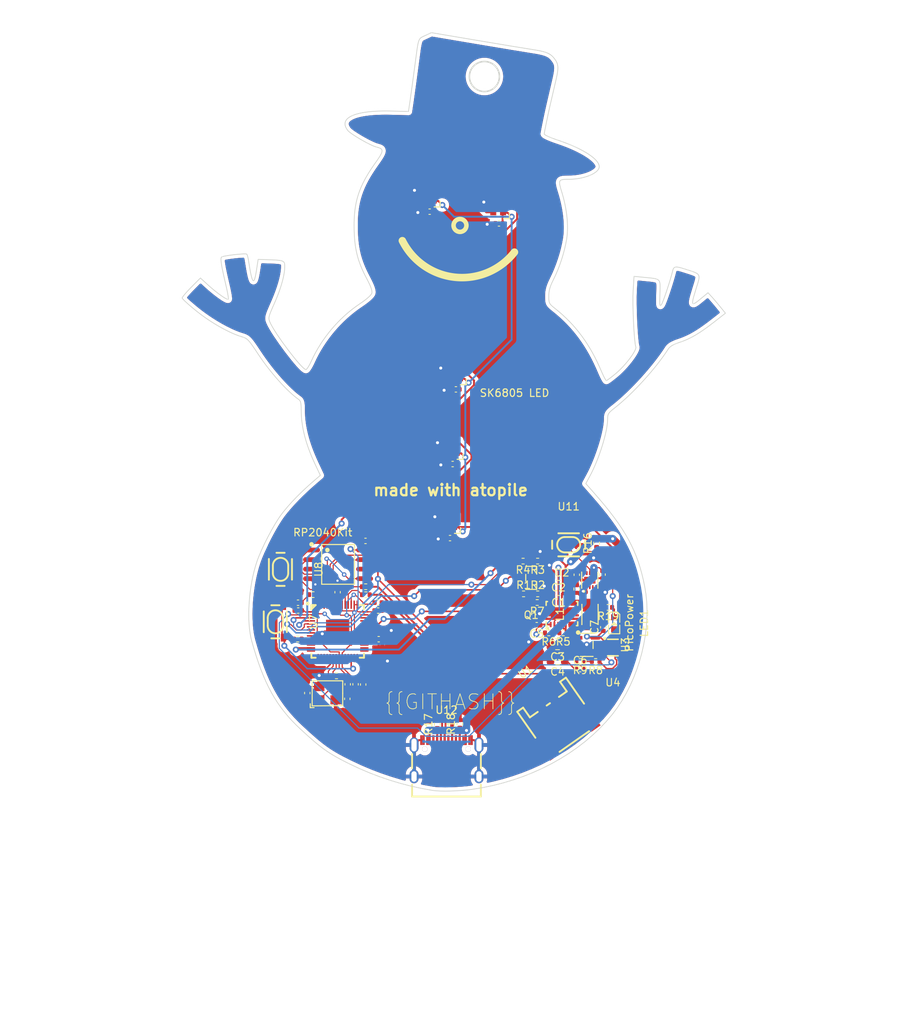
<source format=kicad_pcb>
(kicad_pcb (version 20240108) (generator "pcbnew") (generator_version "8.0")
  (layers (0 "F.Cu" signal) (31 "B.Cu" signal) (34 "B.Paste" user) (35 "F.Paste" user) (36 "B.SilkS" user "B.Silkscreen") (37 "F.SilkS" user "F.Silkscreen") (38 "B.Mask" user) (39 "F.Mask" user) (44 "Edge.Cuts" user))
  (net 0 "")
  (net 1 "iset")
  (net 2 "preterm")
  (net 3 "psu-gnd")
  (net 4 "nc")
  (net 5 "psu.battery-vcc")
  (net 6 "psu-vcc-2")
  (net 7 "psu.charger.ic-pg")
  (net 8 "psu-vcc-6")
  (net 9 "ts")
  (net 10 "l2")
  (net 11 "psu.buck_boost.feedback_div-out")
  (net 12 "psu.buck_boost.ic-pg")
  (net 13 "l1")
  (net 14 "psu.buck_boost-vcc")
  (net 15 "vina")
  (net 16 "dp")
  (net 17 "cc1")
  (net 18 "cc2")
  (net 19 "dm")
  (net 20 "sub1")
  (net 21 "sub2")
  (net 22 "psu.ldo.feedback_div-out")
  (net 23 "psu-vcc")
  (net 24 "psu.battery_vdiv.pfet-gnd")
  (net 25 "psu.battery_vdiv.pfet-vcc")
  (net 26 "io1")
  (net 27 "micro-cs-1")
  (net 28 "io2")
  (net 29 "io3")
  (net 30 "micro-sck-1")
  (net 31 "io0")
  (net 32 "qod")
  (net 33 "psu-vcc-3")
  (net 34 "psu-vcc-1")
  (net 35 "psu-vcc-4")
  (net 36 "psu-vcc-5")
  (net 37 "run")
  (net 38 "micro.osc.osc-out")
  (net 39 "xout")
  (net 40 "usb_dp")
  (net 41 "usb_dm")
  (net 42 "micro-sck")
  (net 43 "cathode")
  (net 44 "xin")
  (net 45 "gpio27_a1")
  (net 46 "gpio6")
  (net 47 "gpio18")
  (net 48 "gpio7")
  (net 49 "scl")
  (net 50 "gpio15")
  (net 51 "tx")
  (net 52 "gpio22")
  (net 53 "micro.micro-vcc-1")
  (net 54 "gpio29_a3")
  (net 55 "gpio17")
  (net 56 "gpio23")
  (net 57 "gpio14")
  (net 58 "rx")
  (net 59 "gpio24")
  (net 60 "swdio")
  (net 61 "micro.micro-vcc")
  (net 62 "sda")
  (net 63 "gpio16")
  (net 64 "gpio12")
  (net 65 "micro-cs")
  (net 66 "miso")
  (net 67 "gpio19")
  (net 68 "gpio28_a2")
  (net 69 "gpio13")
  (net 70 "gpio25")
  (net 71 "mosi")
  (net 72 "swclk")
  (net 73 "led1.ic-vcc")
  (net 74 "led2.ic-vcc")
  (net 75 "led3.ic-vcc")
  (net 76 "led4.ic-vcc")
  (net 77 "led5.ic-vcc")
  (footprint "lib:VSON-14_L4.0-W3.0-P0.50-BL-EP_TI_DSJ" (layer "F.Cu") (at 155.805702 125.265124)
    (property "Reference" "U2")
    (property "Value" "")
  )
  (footprint "lib:C0805" (layer "F.Cu") (at 155.336505 120.115942 180)
    (property "Reference" "C2")
    (property "Value" "25V 10uF X5R ±10% 0805  Multilayer Ceramic Capacitors MLCC - SMD/SMT ROHS")
  )
  (footprint "lib:R0402" (layer "F.Cu") (at 160.294354 131.632113 180)
    (property "Reference" "R8")
    (property "Value" "62.5mW Thick Film Resistors ±100ppm/℃ ±1% 17.4kΩ 0402  Chip Resistor - Surface Mount ROHS")
  )
  (footprint "lib:C0402" (layer "F.Cu") (at 127.29913 134.665867 -90)
    (property "Reference" "C12" (hide yes))
    (property "Value" "16V 100nF X7R ±10% 0402  Multilayer Ceramic Capacitors MLCC - SMD/SMT ROHS")
  )
  (footprint "lib:C0402" (layer "F.Cu") (at 141.264143 105.379541 180)
    (property "Reference" "C25" (hide yes))
    (property "Value" "16V 100nF X7R ±10% 0402  Multilayer Ceramic Capacitors MLCC - SMD/SMT ROHS")
  )
  (footprint "lib:R0402" (layer "F.Cu") (at 139.219409 139.980928 90)
    (property "Reference" "R17")
    (property "Value" "62.5mW Thick Film Resistors 50V ±100ppm/℃ ±1% 4.7kΩ 0402  Chip Resistor - Surface Mount ROHS")
  )
  (footprint "lib:C0402" (layer "F.Cu") (at 131.348865 123.804232)
    (property "Reference" "C19" (hide yes))
    (property "Value" "16V 100nF X7R ±10% 0402  Multilayer Ceramic Capacitors MLCC - SMD/SMT ROHS")
  )
  (footprint "lib:USB-C-SMD_KH-TYPE-C-16P" (layer "F.Cu") (at 140.44646 144.503425)
    (property "Reference" "U12")
    (property "Value" "")
  )
  (footprint "lib:R0402" (layer "F.Cu") (at 157.774991 121.99325 90)
    (property "Reference" "R10" (hide yes))
    (property "Value" "62.5mW Thick Film Resistors 75V ±1% ±100ppm/℃ 576Ω 0402  Chip Resistor - Surface Mount ROHS")
  )
  (footprint "lib:R0402" (layer "F.Cu") (at 152.584139 122.641782)
    (property "Reference" "R2")
    (property "Value" "62.5mW Thick Film Resistors 50V ±100ppm/℃ ±5% 360Ω 0402  Chip Resistor - Surface Mount ROHS")
  )
  (footprint "lib:C0805" (layer "F.Cu") (at 155.348347 122.119718 180)
    (property "Reference" "C1")
    (property "Value" "25V 10uF X5R ±10% 0805  Multilayer Ceramic Capacitors MLCC - SMD/SMT ROHS")
  )
  (footprint "lib:C0402" (layer "F.Cu") (at 120.716826 124.854498 180)
    (property "Reference" "C15" (hide yes))
    (property "Value" "16V 100nF X7R ±10% 0402  Multilayer Ceramic Capacitors MLCC - SMD/SMT ROHS")
  )
  (footprint "lib:SC-70-6_L2.2-W1.3-P0.65-LS2.1-BR" (layer "F.Cu") (at 162.582851 129.778563 180)
    (property "Reference" "U4")
    (property "Value" "")
  )
  (footprint "lib:C0805" (layer "F.Cu") (at 155.231607 131.315006 180)
    (property "Reference" "C4")
    (property "Value" "25V 10uF X5R ±10% 0805  Multilayer Ceramic Capacitors MLCC - SMD/SMT ROHS")
  )
  (footprint "lib:R0402" (layer "F.Cu") (at 152.513559 123.789643 180)
    (property "Reference" "R7")
    (property "Value" "62.5mW Thick Film Resistors 50V ±100ppm/℃ ±1% 1MΩ 0402  Chip Resistor - Surface Mount ROHS")
  )
  (footprint "lib:C0805" (layer "F.Cu") (at 155.222947 129.329126 180)
    (property "Reference" "C3")
    (property "Value" "25V 10uF X5R ±10% 0805  Multilayer Ceramic Capacitors MLCC - SMD/SMT ROHS")
  )
  (footprint "lib:C0402" (layer "F.Cu") (at 129.669077 115.599281 180)
    (property "Reference" "C17" (hide yes))
    (property "Value" "25V 1uF X5R ±10% 0402  Multilayer Ceramic Capacitors MLCC - SMD/SMT ROHS")
  )
  (footprint "lib:KEY-SMD_4P-L4.2-W3.2-P2.20-LS4.6" (layer "F.Cu") (at 156.70246 116.106925)
    (property "Reference" "U11")
    (property "Value" "")
  )
  (footprint "lib:C0402" (layer "F.Cu") (at 129.360289 134.694302 -90)
    (property "Reference" "C21" (hide yes))
    (property "Value" "25V 1uF X5R ±10% 0402  Multilayer Ceramic Capacitors MLCC - SMD/SMT ROHS")
  )
  (footprint "lib:LED-SMD_4P-L2.0-W2.0-BR" (layer "F.Cu") (at 141.156106 103.253399)
    (property "Reference" "U16" (hide yes))
    (property "Value" "")
  )
  (footprint "lib:C0402" (layer "F.Cu") (at 161.213272 120.081737 -90)
    (property "Reference" "C8" (hide yes))
    (property "Value" "25V 1uF X5R ±10% 0402  Multilayer Ceramic Capacitors MLCC - SMD/SMT ROHS")
  )
  (footprint "lib:C0402" (layer "F.Cu") (at 152.453486 126.803439 180)
    (property "Reference" "C5")
    (property "Value" "16V 100nF X7R ±10% 0402  Multilayer Ceramic Capacitors MLCC - SMD/SMT ROHS")
  )
  (footprint "lib:IND-SMD_L2.5-W2.0_WPN252012H" (layer "F.Cu") (at 159.540976 125.378906 90)
    (property "Reference" "L1")
    (property "Value" "")
  )
  (footprint "lib:LED-SMD_4P-L2.0-W2.0-BR" (layer "F.Cu") (at 140.806523 113.100001)
    (property "Reference" "U17" (hide yes))
    (property "Value" "")
  )
  (footprint "lib:SOIC-8_L5.3-W5.3-P1.27-LS8.0-BL" (layer "F.Cu") (at 126.01695 118.720821 -90)
    (property "Reference" "U10" (hide yes))
    (property "Value" "")
  )
  (footprint "lib:R0402" (layer "F.Cu") (at 161.967788 124.44077 180)
    (property "Reference" "R19")
    (property "Value" "62.5mW Thin Film Resistor 50V ±50ppm/℃ ±1% 309Ω 0402  Chip Resistor - Surface Mount ROHS")
  )
  (footprint "lib:LQFN-56_L7.0-W7.0-P0.4-EP" (layer "F.Cu") (at 125.966636 127.629749)
    (property "Reference" "U6" (hide yes))
    (property "Value" "")
  )
  (footprint "lib:OSC-SMD_4P-L3.2-W2.5-BL" (layer "F.Cu") (at 124.60367 135.851308)
    (property "Reference" "U9" (hide yes))
    (property "Value" "")
  )
  (footprint "lib:R0402" (layer "F.Cu") (at 120.659605 128.648877 180)
    (property "Reference" "R11" (hide yes))
    (property "Value" "62.5mW Thick Film Resistors 50V ±100ppm/℃ ±1% 10kΩ 0402  Chip Resistor - Surface Mount ROHS")
  )
  (footprint "lib:CONN-SMD_P2.00_S2B-PH-SM4-TB-LF-SN" (layer "F.Cu") (at 154.94 138.684 35)
    (property "Reference" "U1")
    (property "Value" "")
  )
  (footprint "lib:R0402" (layer "F.Cu") (at 150.634141 118.288006 180)
    (property "Reference" "R4")
    (property "Value" "62.5mW Thick Film Resistors 50V ±1% ±200ppm/℃ 100Ω 0402  Chip Resistor - Surface Mount ROHS")
  )
  (footprint "lib:WSON-10_L2.0-W2.0-P0.40-BL-EP" (layer "F.Cu") (at 159.51165 120.818907)
    (property "Reference" "U5" (hide yes))
    (property "Value" "")
  )
  (footprint "lib:R0402" (layer "F.Cu") (at 142.220055 139.933855 90)
    (property "Reference" "R18")
    (property "Value" "62.5mW Thick Film Resistors 50V ±100ppm/℃ ±1% 4.7kΩ 0402  Chip Resistor - Surface Mount ROHS")
  )
  (footprint "lib:LED0603-RD" (layer "F.Cu") (at 162.746732 126.556383 -90)
    (property "Reference" "LED1")
    (property "Value" "")
  )
  (footprint "lib:C0402" (layer "F.Cu") (at 140.91456 115.226143 180)
    (property "Reference" "C26" (hide yes))
    (property "Value" "16V 100nF X7R ±10% 0402  Multilayer Ceramic Capacitors MLCC - SMD/SMT ROHS")
  )
  (footprint "lib:C0402" (layer "F.Cu") (at 158.228996 132.648868)
    (property "Reference" "C6")
    (property "Value" "25V 1uF X5R ±10% 0402  Multilayer Ceramic Capacitors MLCC - SMD/SMT ROHS")
  )
  (footprint "lib:R0402" (layer "F.Cu") (at 129.696965 121.694925)
    (property "Reference" "R14" (hide yes))
    (property "Value" "62.5mW Thick Film Resistors 50V ±100ppm/℃ ±1% 27Ω 0402  Chip Resistor - Surface Mount ROHS")
  )
  (footprint "lib:C0402" (layer "F.Cu") (at 125.955538 122.419808 90)
    (property "Reference" "C18" (hide yes))
    (property "Value" "16V 100nF X7R ±10% 0402  Multilayer Ceramic Capacitors MLCC - SMD/SMT ROHS")
  )
  (footprint "lib:C0402" (layer "F.Cu") (at 141.698037 95.456142 180)
    (property "Reference" "C24" (hide yes))
    (property "Value" "16V 100nF X7R ±10% 0402  Multilayer Ceramic Capacitors MLCC - SMD/SMT ROHS")
  )
  (footprint "lib:C0402" (layer "F.Cu") (at 161.306855 127.083088 90)
    (property "Reference" "C7")
    (property "Value" "25V 1uF X5R ±10% 0402  Multilayer Ceramic Capacitors MLCC - SMD/SMT ROHS")
  )
  (footprint "lib:C0402" (layer "F.Cu") (at 121.922614 135.828079 90)
    (property "Reference" "C10" (hide yes))
    (property "Value" "50V 18pF C0G ±5% 0402  Multilayer Ceramic Capacitors MLCC - SMD/SMT ROHS")
  )
  (footprint "lib:R0402" (layer "F.Cu") (at 150.701432 122.641782)
    (property "Reference" "R1")
    (property "Value" "62.5mW Thick Film Resistors 50V ±100ppm/℃ ±1% 107Ω 0402  Chip Resistor - Surface Mount ROHS")
  )
  (footprint "lib:LED-SMD_4P-L2.0-W2.0-BR" (layer "F.Cu") (at 147.32 71.262)
    (property "Reference" "U14" (hide yes))
    (property "Value" "")
  )
  (footprint "lib:R0402" (layer "F.Cu") (at 158.233697 131.628108 180)
    (property "Reference" "R9")
    (property "Value" "62.5mW Thick Film Resistors 50V ±100ppm/℃ ±1% 10.2kΩ 0402  Chip Resistor - Surface Mount ROHS")
  )
  (footprint "lib:C0402" (layer "F.Cu") (at 157.780201 120.101087 -90)
    (property "Reference" "C9" (hide yes))
    (property "Value" "25V 1uF X5R ±10% 0402  Multilayer Ceramic Capacitors MLCC - SMD/SMT ROHS")
  )
  (footprint "lib:C0402" (layer "F.Cu") (at 127.246735 136.598008 -90)
    (property "Reference" "C11" (hide yes))
    (property "Value" "50V 18pF C0G ±5% 0402  Multilayer Ceramic Capacitors MLCC - SMD/SMT ROHS")
  )
  (footprint "lib:R0402" (layer "F.Cu") (at 125.805697 133.543121)
    (property "Reference" "R13" (hide yes))
    (property "Value" "62.5mW Thick Film Resistors 50V ±100ppm/℃ ±1% 1kΩ 0402  Chip Resistor - Surface Mount ROHS")
  )
  (footprint "lib:SOT-23-3_L2.9-W1.3-P1.90-LS2.4-BR" (layer "F.Cu") (at 151.720059 120.513125 180)
    (property "Reference" "Q1")
    (property "Value" "")
  )
  (footprint "lib:LED-SMD_4P-L2.0-W2.0-BR" (layer "F.Cu") (at 138.095963 69.700947)
    (property "Reference" "U13" (hide yes))
    (property "Value" "")
  )
  (footprint "lib:R0402" (layer "F.Cu") (at 129.709921 122.75738 180)
    (property "Reference" "R15" (hide yes))
    (property "Value" "62.5mW Thick Film Resistors 50V ±100ppm/℃ ±1% 27Ω 0402  Chip Resistor - Surface Mount ROHS")
  )
  (footprint "lib:C0402" (layer "F.Cu") (at 120.68879 123.815772 180)
    (property "Reference" "C14" (hide yes))
    (property "Value" "16V 100nF X7R ±10% 0402  Multilayer Ceramic Capacitors MLCC - SMD/SMT ROHS")
  )
  (footprint "lib:C0402" (layer "F.Cu") (at 131.348865 124.860972)
    (property "Reference" "C13" (hide yes))
    (property "Value" "16V 100nF X7R ±10% 0402  Multilayer Ceramic Capacitors MLCC - SMD/SMT ROHS")
  )
  (footprint "lib:R0402" (layer "F.Cu") (at 154.055075 127.828988 180)
    (property "Reference" "R6")
    (property "Value" "62.5mW Thick Film Resistors 50V ±100ppm/℃ ±1% 4.02kΩ 0402  Chip Resistor - Surface Mount ROHS")
  )
  (footprint "lib:KEY-SMD_4P-L4.2-W3.2-P2.20-LS4.6" (layer "F.Cu") (at 118.364 119.38 -90)
    (property "Reference" "U8")
    (property "Value" "")
  )
  (footprint "lib:R0402" (layer "F.Cu") (at 152.575655 118.286 180)
    (property "Reference" "R3")
    (property "Value" "62.5mW Thick Film Resistors 50V ±100ppm/℃ ±1% 100kΩ 0402  Chip Resistor - Surface Mount ROHS")
  )
  (footprint "lib:LED-SMD_4P-L2.0-W2.0-BR" (layer "F.Cu") (at 141.59 93.33)
    (property "Reference" "U15" (hide yes))
    (property "Value" "")
  )
  (footprint "lib:R0402" (layer "F.Cu") (at 122.68124 122.74396)
    (property "Reference" "R12" (hide yes))
    (property "Value" "62.5mW Thick Film Resistors 50V ±100ppm/℃ ±1% 10kΩ 0402  Chip Resistor - Surface Mount ROHS")
  )
  (footprint "lib:SOT-23-5_L3.0-W1.7-P0.95-LS2.8-BL" (layer "F.Cu") (at 159.098988 129.429461 -90)
    (property "Reference" "U3")
    (property "Value" "")
  )
  (footprint "lib:KEY-SMD_4P-L4.2-W3.2-P2.20-LS4.6" (layer "F.Cu") (at 117.679747 126.355141 -90)
    (property "Reference" "U7")
    (property "Value" "")
  )
  (footprint "lib:C0402" (layer "F.Cu") (at 138.204 71.827089 180)
    (property "Reference" "C22" (hide yes))
    (property "Value" "16V 100nF X7R ±10% 0402  Multilayer Ceramic Capacitors MLCC - SMD/SMT ROHS")
  )
  (footprint "lib:C0402" (layer "F.Cu") (at 147.428037 73.388142 180)
    (property "Reference" "C23" (hide yes))
    (property "Value" "16V 100nF X7R ±10% 0402  Multilayer Ceramic Capacitors MLCC - SMD/SMT ROHS")
  )
  (footprint "lib:R0402" (layer "F.Cu") (at 155.974228 127.828988 180)
    (property "Reference" "R5")
    (property "Value" "62.5mW Thick Film Resistors 50V ±100ppm/℃ ±1% 24.3kΩ 0402  Chip Resistor - Surface Mount ROHS")
  )
  (footprint "lib:R0402" (layer "F.Cu") (at 160.420435 115.901635 90)
    (property "Reference" "R16")
    (property "Value" "62.5mW Thick Film Resistors 50V ±100ppm/℃ ±1% 10kΩ 0402  Chip Resistor - Surface Mount ROHS")
  )
  (footprint "lib:C0402" (layer "F.Cu") (at 128.346085 134.665867 -90)
    (property "Reference" "C20" (hide yes))
    (property "Value" "16V 100nF X7R ±10% 0402  Multilayer Ceramic Capacitors MLCC - SMD/SMT ROHS")
  )
  (footprint "lib:C0402" (layer "F.Cu") (at 131.424472 128.667281)
    (property "Reference" "C16" (hide yes))
    (property "Value" "16V 100nF X7R ±10% 0402  Multilayer Ceramic Capacitors MLCC - SMD/SMT ROHS")
  )
  (gr_arc (start 149.487846 77.209429) (mid 141.612433 80.550705) (end 134.572849 75.689585) (stroke (width 1)) (layer "F.SilkS"))
  (gr_circle (center 142.24 73.66) (end 142.962288 74.121442) (stroke (width 0.6)) (fill none) (layer "F.SilkS"))
  (gr_poly (pts (xy 144.468682 49.047947) (xy 149.083066 49.819192) (xy 151.693429 50.242955) (xy 152.345526 50.346687) (xy 152.630336 50.397904) (xy 152.889997 50.449543) (xy 153.126266 50.502248) (xy 153.3409 50.556661) (xy 153.535656 50.613423) (xy 153.712291 50.673177) (xy 153.872562 50.736566) (xy 154.018226 50.804231) (xy 154.151041 50.876815) (xy 154.272763 50.95496) (xy 154.38515 51.039308) (xy 154.489959 51.130502) (xy 154.588946 51.229183) (xy 154.683869 51.335995) (xy 154.805746 51.485883) (xy 154.912693 51.629661) (xy 154.960645 51.700075) (xy 155.004958 51.76994) (xy 155.045662 51.839581) (xy 155.08279 51.909327) (xy 155.116371 51.979501) (xy 155.146436 52.050431) (xy 155.173018 52.122442) (xy 155.196146 52.195861) (xy 155.215852 52.271014) (xy 155.232167 52.348226) (xy 155.245122 52.427824) (xy 155.254747 52.510134) (xy 155.261075 52.595482) (xy 155.264135 52.684194) (xy 155.263959 52.776597) (xy 155.260579 52.873015) (xy 155.254024 52.973776) (xy 155.244326 53.079205) (xy 155.215626 53.305374) (xy 155.174726 53.554129) (xy 155.121874 53.82808) (xy 155.057319 54.129834) (xy 154.981309 54.462002) (xy 154.205006 57.804335) (xy 153.984335 58.801902) (xy 153.777352 59.783413) (xy 153.657866 60.367344) (xy 153.556108 60.88069) (xy 153.48285 61.267988) (xy 153.448869 61.473774) (xy 153.449522 61.487739) (xy 153.454427 61.502798) (xy 153.463525 61.518926) (xy 153.476762 61.536096) (xy 153.494079 61.554282) (xy 153.515422 61.573459) (xy 153.540733 61.593599) (xy 153.569957 61.614676) (xy 153.639914 61.659538) (xy 153.724841 61.707834) (xy 153.824288 61.759355) (xy 153.937802 61.813891) (xy 154.064933 61.871231) (xy 154.205227 61.931166) (xy 154.358235 61.993486) (xy 154.523503 62.057981) (xy 154.700581 62.12444) (xy 154.889018 62.192655) (xy 155.08836 62.262414) (xy 155.298158 62.333508) (xy 155.912441 62.546954) (xy 156.499435 62.767872) (xy 157.057189 62.994979) (xy 157.583753 63.226994) (xy 158.07718 63.462633) (xy 158.535518 63.700614) (xy 158.95682 63.939655) (xy 159.339136 64.178473) (xy 159.680516 64.415785) (xy 159.979012 64.65031) (xy 160.232674 64.880764) (xy 160.439552 65.105865) (xy 160.597698 65.32433) (xy 160.705162 65.534878) (xy 160.739279 65.636782) (xy 160.759995 65.736226) (xy 160.767065 65.833048) (xy 160.760247 65.92709) (xy 160.74358 66.003929) (xy 160.716822 66.080293) (xy 160.68029 66.156056) (xy 160.634299 66.23109) (xy 160.579167 66.305268) (xy 160.515209 66.378465) (xy 160.442741 66.450551) (xy 160.36208 66.521402) (xy 160.273542 66.590889) (xy 160.177444 66.658886) (xy 160.074101 66.725265) (xy 159.963831 66.7899) (xy 159.846948 66.852664) (xy 159.72377 66.91343) (xy 159.594613 66.97207) (xy 159.459792 67.028459) (xy 159.319625 67.082468) (xy 159.174427 67.133972) (xy 158.870205 67.228952) (xy 158.549657 67.312385) (xy 158.215312 67.383254) (xy 157.8697 67.440543) (xy 157.515352 67.483238) (xy 157.335692 67.498795) (xy 157.154797 67.510322) (xy 156.972983 67.517692) (xy 156.790566 67.520779) (xy 156.529419 67.522967) (xy 156.30099 67.528417) (xy 156.103932 67.539398) (xy 156.016748 67.547671) (xy 155.936903 67.558178) (xy 155.864228 67.571201) (xy 155.798556 67.587025) (xy 155.739718 67.605934) (xy 155.687547 67.62821) (xy 155.641874 67.654136) (xy 155.602531 67.683998) (xy 155.56935 67.718079) (xy 155.542163 67.756661) (xy 155.520802 67.800028) (xy 155.505098 67.848465) (xy 155.494884 67.902255) (xy 155.489992 67.96168) (xy 155.490253 68.027026) (xy 155.495499 68.098574) (xy 155.505562 68.17661) (xy 155.520274 68.261416) (xy 155.562974 68.452475) (xy 155.622252 68.674018) (xy 155.696764 68.928314) (xy 155.785165 69.217633) (xy 155.908588 69.635403) (xy 156.021458 70.054018) (xy 156.123671 70.472492) (xy 156.215125 70.889844) (xy 156.295717 71.305091) (xy 156.365345 71.717248) (xy 156.423907 72.125334) (xy 156.471298 72.528364) (xy 156.507418 72.925357) (xy 156.532162 73.315329) (xy 156.54543 73.697296) (xy 156.547117 74.070277) (xy 156.537122 74.433286) (xy 156.515341 74.785343) (xy 156.481672 75.125463) (xy 156.436013 75.452664) (xy 156.312583 76.122553) (xy 156.156487 76.809837) (xy 155.970305 77.506587) (xy 155.756617 78.204874) (xy 155.518 78.896773) (xy 155.257035 79.574354) (xy 154.976301 80.229691) (xy 154.678376 80.854855) (xy 154.515652 81.189511) (xy 154.445212 81.34424) (xy 154.381689 81.491864) (xy 154.324812 81.633356) (xy 154.274309 81.769686) (xy 154.229907 81.901828) (xy 154.191335 82.030753) (xy 154.158319 82.157431) (xy 154.130589 82.282836) (xy 154.107872 82.407938) (xy 154.089895 82.53371) (xy 154.076387 82.661122) (xy 154.067075 82.791148) (xy 154.061688 82.924758) (xy 154.059953 83.062924) (xy 154.062683 83.380007) (xy 154.067829 83.512421) (xy 154.077035 83.630384) (xy 154.091457 83.736119) (xy 154.100984 83.785097) (xy 154.112249 83.831853) (xy 154.125394 83.876664) (xy 154.140566 83.919809) (xy 154.157907 83.961566) (xy 154.177564 84.002213) (xy 154.199679 84.042028) (xy 154.224397 84.081289) (xy 154.251863 84.120274) (xy 154.282221 84.159262) (xy 154.315615 84.19853) (xy 154.35219 84.238357) (xy 154.43546 84.320798) (xy 154.533185 84.408811) (xy 154.646521 84.504621) (xy 154.924645 84.728527) (xy 155.423323 85.137202) (xy 155.904215 85.557454) (xy 156.36784 85.989989) (xy 156.814718 86.435511) (xy 157.245369 86.894725) (xy 157.660312 87.368337) (xy 158.060067 87.85705) (xy 158.445154 88.361571) (xy 158.816092 88.882603) (xy 159.173401 89.420852) (xy 159.5176 89.977023) (xy 159.84921 90.55182) (xy 160.16875 91.145949) (xy 160.476739 91.760114) (xy 160.773697 92.39502) (xy 161.060143 93.051373) (xy 161.16705 93.298208) (xy 161.272262 93.528483) (xy 161.373085 93.737159) (xy 161.466824 93.919196) (xy 161.550784 94.069552) (xy 161.622273 94.18319) (xy 161.652499 94.224664) (xy 161.678596 94.255068) (xy 161.700227 94.273773) (xy 161.709264 94.278541) (xy 161.717057 94.280148) (xy 161.725633 94.278931) (xy 161.736982 94.275322) (xy 161.767679 94.261162) (xy 161.808505 94.238146) (xy 161.85882 94.206749) (xy 161.917981 94.167449) (xy 161.985347 94.120723) (xy 162.142126 94.006901) (xy 162.324024 93.869098) (xy 162.525907 93.711129) (xy 162.742642 93.53681) (xy 162.969094 93.349957) (xy 163.217467 93.133773) (xy 163.467826 92.899553) (xy 163.717408 92.650986) (xy 163.963451 92.391761) (xy 164.20319 92.125566) (xy 164.433863 91.856089) (xy 164.652707 91.58702) (xy 164.856958 91.322047) (xy 165.043854 91.064858) (xy 165.210631 90.819143) (xy 165.354526 90.58859) (xy 165.472776 90.376887) (xy 165.562619 90.187723) (xy 165.621289 90.024788) (xy 165.638072 89.954308) (xy 165.646026 89.891769) (xy 165.644805 89.837631) (xy 165.634065 89.792355) (xy 165.590901 89.629343) (xy 165.548053 89.37273) (xy 165.465449 88.624067) (xy 165.390528 87.637086) (xy 165.327569 86.502508) (xy 165.280849 85.311054) (xy 165.254646 84.153444) (xy 165.253237 83.120399) (xy 165.2809 82.302639) (xy 165.40117 80.428402) (xy 166.69362 80.555706) (xy 167.46153 80.630188) (xy 167.767726 80.664034) (xy 168.027059 80.700669) (xy 168.243263 80.743881) (xy 168.336358 80.769137) (xy 168.42007 80.797459) (xy 168.494866 80.82932) (xy 168.561213 80.865193) (xy 168.619577 80.905552) (xy 168.670424 80.950871) (xy 168.714223 81.001623) (xy 168.751438 81.058282) (xy 168.782536 81.121321) (xy 168.807985 81.191215) (xy 168.828251 81.268436) (xy 168.8438 81.353458) (xy 168.862615 81.548802) (xy 168.868162 81.781034) (xy 168.864176 82.053943) (xy 168.84253 82.73695) (xy 168.828271 83.270266) (xy 168.822238 83.680556) (xy 168.82599 83.978858) (xy 168.832023 84.089462) (xy 168.841086 84.176209) (xy 168.853375 84.240478) (xy 168.869085 84.283648) (xy 168.878283 84.297753) (xy 168.88841 84.3071) (xy 168.899489 84.311863) (xy 168.911545 84.312214) (xy 168.938684 84.300368) (xy 168.970024 84.272944) (xy 169.005759 84.23132) (xy 169.046083 84.176876) (xy 169.097423 84.086886) (xy 169.16384 83.943025) (xy 169.33382 83.517967) (xy 169.539864 82.950257) (xy 169.765813 82.288451) (xy 169.995509 81.581103) (xy 170.212792 80.87677) (xy 170.401504 80.224007) (xy 170.545487 79.671368) (xy 170.558911 79.618213) (xy 170.573118 79.568274) (xy 170.588274 79.521529) (xy 170.604544 79.477957) (xy 170.622094 79.437536) (xy 170.641091 79.400246) (xy 170.6617 79.366063) (xy 170.684088 79.334968) (xy 170.708419 79.306938) (xy 170.73486 79.281952) (xy 170.763577 79.259989) (xy 170.794735 79.241027) (xy 170.828501 79.225044) (xy 170.865041 79.21202) (xy 170.904519 79.201932) (xy 170.947103 79.19476) (xy 170.992957 79.190481) (xy 171.042248 79.189074) (xy 171.095142 79.190519) (xy 171.151805 79.194792) (xy 171.212402 79.201874) (xy 171.277099 79.211742) (xy 171.346063 79.224375) (xy 171.419458 79.239751) (xy 171.497452 79.257849) (xy 171.580209 79.278648) (xy 171.760679 79.328262) (xy 171.962194 79.38842) (xy 172.186082 79.45895) (xy 172.907931 79.689651) (xy 173.194606 79.78611) (xy 173.435104 79.876241) (xy 173.538816 79.920401) (xy 173.631919 79.964741) (xy 173.714724 80.009848) (xy 173.787542 80.056309) (xy 173.850686 80.104712) (xy 173.904466 80.155644) (xy 173.949195 80.209693) (xy 173.985185 80.267445) (xy 174.012745 80.329488) (xy 174.032189 80.396409) (xy 174.043828 80.468796) (xy 174.047973 80.547236) (xy 174.044936 80.632317) (xy 174.035028 80.724625) (xy 174.018562 80.824748) (xy 173.995848 80.933273) (xy 173.932924 81.177879) (xy 173.848749 81.463143) (xy 173.626618 82.174435) (xy 173.403428 82.909279) (xy 173.319902 83.204705) (xy 173.256222 83.453971) (xy 173.213237 83.658453) (xy 173.191797 83.819529) (xy 173.189422 83.884221) (xy 173.192752 83.938577) (xy 173.201894 83.982771) (xy 173.216952 84.016974) (xy 173.238034 84.041358) (xy 173.265246 84.056097) (xy 173.298694 84.061361) (xy 173.338485 84.057323) (xy 173.384723 84.044155) (xy 173.437516 84.02203) (xy 173.563192 83.951596) (xy 173.71636 83.847397) (xy 173.897871 83.710812) (xy 174.34932 83.34599) (xy 175.244676 82.606106) (xy 175.714936 83.118435) (xy 175.823435 83.238664) (xy 175.951778 83.384294) (xy 176.249 83.729433) (xy 176.568615 84.109211) (xy 176.872636 84.478985) (xy 177.56006 85.327221) (xy 176.04979 86.505612) (xy 175.357467 87.034117) (xy 174.718485 87.496316) (xy 174.415774 87.704441) (xy 174.122531 87.898256) (xy 173.837467 88.078518) (xy 173.559293 88.245981) (xy 173.286719 88.401403) (xy 173.018458 88.545538) (xy 172.753219 88.679142) (xy 172.489714 88.802971) (xy 172.226653 88.91778) (xy 171.962748 89.024326) (xy 171.696709 89.123364) (xy 171.427247 89.215649) (xy 171.282438 89.264574) (xy 171.145362 89.313757) (xy 171.015892 89.363273) (xy 170.893899 89.413198) (xy 170.779255 89.463608) (xy 170.671831 89.514576) (xy 170.571499 89.566179) (xy 170.478131 89.618492) (xy 170.391598 89.67159) (xy 170.311773 89.725549) (xy 170.238525 89.780442) (xy 170.171729 89.836346) (xy 170.111254 89.893337) (xy 170.056972 89.951488) (xy 170.008756 90.010876) (xy 169.966477 90.071575) (xy 169.640422 90.563876) (xy 169.284525 91.071185) (xy 168.901778 91.590214) (xy 168.495171 92.117672) (xy 168.067694 92.650271) (xy 167.622338 93.18472) (xy 167.162095 93.717729) (xy 166.689954 94.246008) (xy 166.208906 94.766268) (xy 165.721942 95.27522) (xy 165.232053 95.769572) (xy 164.742229 96.246036) (xy 164.255462 96.701321) (xy 163.77474 97.132138) (xy 163.303056 97.535197) (xy 162.8434 97.907208) (xy 162.690592 98.028123) (xy 162.554809 98.138043) (xy 162.435061 98.23848) (xy 162.330359 98.330947) (xy 162.239716 98.416957) (xy 162.162142 98.498023) (xy 162.096648 98.575658) (xy 162.068122 98.613662) (xy 162.042246 98.651375) (xy 162.018895 98.688987) (xy 161.997947 98.726687) (xy 161.979277 98.764663) (xy 161.962762 98.803106) (xy 161.948279 98.842204) (xy 161.935704 98.882146) (xy 161.915782 98.96532) (xy 161.902008 99.05414) (xy 161.893394 99.15012) (xy 161.88895 99.254772) (xy 161.887689 99.36961) (xy 161.874674 99.710116) (xy 161.836632 100.091324) (xy 161.775063 100.508404) (xy 161.691467 100.95653) (xy 161.587345 101.430873) (xy 161.464199 101.926604) (xy 161.323528 102.438896) (xy 161.166833 102.962921) (xy 160.995615 103.493851) (xy 160.811375 104.026858) (xy 160.615614 104.557113) (xy 160.409832 105.079789) (xy 160.19553 105.590057) (xy 159.974209 106.083089) (xy 159.747369 106.554058) (xy 159.516511 106.998135) (xy 158.984521 107.980358) (xy 160.125779 109.276577) (xy 160.878716 110.145377) (xy 161.573979 110.97727) (xy 162.214361 111.777415) (xy 162.802655 112.550972) (xy 163.341653 113.303103) (xy 163.834148 114.038967) (xy 164.282933 114.763725) (xy 164.690801 115.482537) (xy 165.060543 116.200563) (xy 165.394953 116.922963) (xy 165.696824 117.654899) (xy 165.968948 118.40153) (xy 166.214117 119.168016) (xy 166.435125 119.959518) (xy 166.634764 120.781196) (xy 166.815827 121.638211) (xy 166.986046 122.686444) (xy 167.091005 123.763648) (xy 167.132167 124.864027) (xy 167.110993 125.981785) (xy 167.028945 127.111127) (xy 166.887486 128.246257) (xy 166.688078 129.381379) (xy 166.432182 130.510699) (xy 166.121261 131.628419) (xy 165.756776 132.728745) (xy 165.34019 133.805881) (xy 164.872965 134.854032) (xy 164.356562 135.867401) (xy 163.792444 136.840193) (xy 163.182073 137.766614) (xy 162.52691 138.640866) (xy 161.712465 139.601198) (xy 160.836686 140.524477) (xy 159.902687 141.409034) (xy 158.913582 142.253203) (xy 157.872484 143.055315) (xy 156.782508 143.813704) (xy 155.646768 144.526702) (xy 154.468376 145.192641) (xy 153.250448 145.809854) (xy 151.996096 146.376674) (xy 150.708436 146.891433) (xy 149.39058 147.352464) (xy 148.045642 147.758099) (xy 146.676737 148.106672) (xy 145.286978 148.396514) (xy 143.879479 148.625958) (xy 143.189332 148.710231) (xy 142.458093 148.7769) (xy 141.710383 148.825297) (xy 140.970821 148.854752) (xy 140.26403 148.864596) (xy 139.614629 148.85416) (xy 139.047239 148.822775) (xy 138.801992 148.799018) (xy 138.58648 148.769772) (xy 138.586511 148.769757) (xy 137.158295 148.513411) (xy 135.743409 148.20471) (xy 134.342653 147.843909) (xy 132.956828 147.431263) (xy 131.586734 146.967028) (xy 130.23317 146.451457) (xy 128.896937 145.884806) (xy 127.578835 145.26733) (xy 126.609534 144.77943) (xy 126.174289 144.549202) (xy 125.765101 144.323249) (xy 125.376811 144.097919) (xy 125.00426 143.869558) (xy 124.642287 143.634513) (xy 124.285733 143.38913) (xy 123.929439 143.129755) (xy 123.568243 142.852736) (xy 123.196988 142.554417) (xy 122.810514 142.231147) (xy 121.971267 141.495136) (xy 121.009225 140.615475) (xy 120.423496 140.055084) (xy 119.87184 139.489879) (xy 119.352118 138.915998) (xy 118.862191 138.329574) (xy 118.39992 137.726744) (xy 117.963165 137.103644) (xy 117.549788 136.456408) (xy 117.157649 135.781174) (xy 116.784609 135.074076) (xy 116.42853 134.33125) (xy 116.087272 133.548832) (xy 115.758696 132.722957) (xy 115.440662 131.849761) (xy 115.131033 130.92538) (xy 114.827668 129.945949) (xy 114.528428 128.907604) (xy 114.405029 128.398296) (xy 114.305254 127.845149) (xy 114.22877 127.253345) (xy 114.175245 126.628069) (xy 114.144346 125.974504) (xy 114.135741 125.297832) (xy 114.149097 124.603236) (xy 114.184081 123.895899) (xy 114.240361 123.181005) (xy 114.317605 122.463736) (xy 114.415479 121.749276) (xy 114.533651 121.042808) (xy 114.671788 120.349514) (xy 114.829559 119.674577) (xy 115.00663 119.023181) (xy 115.202668 118.400509) (xy 115.331603 118.038834) (xy 115.481384 117.652188) (xy 115.834533 116.821211) (xy 116.244209 115.942035) (xy 116.692507 115.049115) (xy 117.16152 114.176905) (xy 117.633343 113.359862) (xy 118.09007 112.63244) (xy 118.307177 112.313104) (xy 118.513795 112.029095) (xy 118.713893 111.770222) (xy 118.925716 111.506463) (xy 119.382832 110.966034) (xy 119.881739 110.411299) (xy 120.419035 109.845749) (xy 120.991315 109.272877) (xy 121.595178 108.696173) (xy 122.227218 108.11913) (xy 122.884034 107.545239) (xy 123.656243 106.885067) (xy 122.942491 105.361157) (xy 122.716461 104.866325) (xy 122.505825 104.379744) (xy 122.310472 103.900974) (xy 122.130289 103.429577) (xy 121.965164 102.965115) (xy 121.814985 102.507149) (xy 121.679641 102.05524) (xy 121.559019 101.60895) (xy 121.453007 101.16784) (xy 121.361494 100.731473) (xy 121.284366 100.299409) (xy 121.221513 99.871209) (xy 121.172823 99.446436) (xy 121.138182 99.024651) (xy 121.11748 98.605415) (xy 121.110604 98.18829) (xy 121.107117 97.871537) (xy 121.102467 97.733594) (xy 121.095621 97.60821) (xy 121.086387 97.494591) (xy 121.074571 97.391939) (xy 121.059979 97.299459) (xy 121.042418 97.216355) (xy 121.021693 97.141829) (xy 120.997613 97.075086) (xy 120.969983 97.015331) (xy 120.938609 96.961765) (xy 120.903299 96.913594) (xy 120.863859 96.870021) (xy 120.820095 96.83025) (xy 120.771813 96.793484) (xy 120.476362 96.575017) (xy 120.165524 96.324272) (xy 119.841356 96.043553) (xy 119.505913 95.735163) (xy 119.161251 95.401407) (xy 118.809426 95.04459) (xy 118.452493 94.667015) (xy 118.092507 94.270987) (xy 117.731525 93.85881) (xy 117.371602 93.432789) (xy 117.014793 92.995227) (xy 116.663154 92.548429) (xy 116.318741 92.094699) (xy 115.983609 91.636342) (xy 115.659814 91.175662) (xy 115.349412 90.714962) (xy 114.938179 90.095896) (xy 114.606242 89.613016) (xy 114.464217 89.416476) (xy 114.335066 89.24658) (xy 114.21647 89.100858) (xy 114.106114 88.976843) (xy 114.001681 88.872068) (xy 113.900852 88.784063) (xy 113.801312 88.710362) (xy 113.700744 88.648496) (xy 113.59683 88.595998) (xy 113.487253 88.550399) (xy 113.369697 88.509232) (xy 113.241845 88.470028) (xy 112.920348 88.36845) (xy 112.582324 88.246934) (xy 112.229728 88.106582) (xy 111.864518 87.948498) (xy 111.488649 87.773783) (xy 111.104078 87.583541) (xy 110.712761 87.378876) (xy 110.316654 87.160889) (xy 109.917714 86.930684) (xy 109.517898 86.689363) (xy 109.119161 86.43803) (xy 108.723459 86.177787) (xy 108.33275 85.909737) (xy 107.948989 85.634983) (xy 107.574133 85.354628) (xy 107.210137 85.069775) (xy 106.82102 84.753708) (xy 106.458008 84.450479) (xy 106.129046 84.167323) (xy 105.842079 83.911473) (xy 105.605053 83.690164) (xy 105.425912 83.51063) (xy 105.360531 83.43879) (xy 105.312601 83.380107) (xy 105.283114 83.335485) (xy 105.273065 83.305828) (xy 105.274652 83.293358) (xy 105.279363 83.277878) (xy 105.297844 83.238257) (xy 105.327885 83.187701) (xy 105.368863 83.126946) (xy 105.420155 83.056729) (xy 105.481141 82.977784) (xy 105.551196 82.890849) (xy 105.629699 82.79666) (xy 105.716027 82.695951) (xy 105.809557 82.589461) (xy 106.015736 82.362075) (xy 106.243256 82.120391) (xy 106.363463 81.996027) (xy 106.487138 81.870297) (xy 107.701219 80.646847) (xy 108.692269 81.552609) (xy 109.140761 81.949581) (xy 109.592656 82.326197) (xy 110.030665 82.670227) (xy 110.437501 82.969439) (xy 110.795874 83.211601) (xy 110.951484 83.307466) (xy 111.088495 83.384482) (xy 111.204746 83.44112) (xy 111.298075 83.475851) (xy 111.366323 83.487147) (xy 111.390365 83.483528) (xy 111.407327 83.473477) (xy 111.412026 83.466193) (xy 111.415693 83.454859) (xy 111.419997 83.420474) (xy 111.420381 83.371193) (xy 111.416983 83.307889) (xy 111.409945 83.231435) (xy 111.399408 83.142703) (xy 111.385511 83.042565) (xy 111.368397 82.931895) (xy 111.325074 82.682445) (xy 111.270565 82.401333) (xy 111.205994 82.09554) (xy 111.132485 81.772045) (xy 110.905437 80.792094) (xy 110.726074 79.983231) (xy 110.591967 79.330061) (xy 110.500685 78.817185) (xy 110.449798 78.429205) (xy 110.438743 78.27724) (xy 110.436876 78.150724) (xy 110.443892 78.047734) (xy 110.459489 77.966345) (xy 110.483361 77.904631) (xy 110.515206 77.860668) (xy 110.539538 77.843771) (xy 110.579016 77.82601) (xy 110.699422 77.788362) (xy 110.868444 77.748658) (xy 111.078101 77.70783) (xy 111.5874 77.626535) (xy 112.163473 77.551941) (xy 112.742478 77.491511) (xy 113.260571 77.452707) (xy 113.476824 77.443747) (xy 113.653907 77.442992) (xy 113.78384 77.451375) (xy 113.858643 77.46983) (xy 113.864987 77.47414) (xy 113.871557 77.480396) (xy 113.878338 77.488545) (xy 113.885315 77.498533) (xy 113.899796 77.523813) (xy 113.914876 77.555804) (xy 113.930434 77.594079) (xy 113.946347 77.638207) (xy 113.962491 77.68776) (xy 113.978744 77.742308) (xy 113.994985 77.801421) (xy 114.011089 77.864671) (xy 114.026935 77.931628) (xy 114.042399 78.001862) (xy 114.05736 78.074945) (xy 114.071694 78.150446) (xy 114.08528 78.227937) (xy 114.097993 78.306988) (xy 114.272811 79.381699) (xy 114.352404 79.815908) (xy 114.427521 80.182159) (xy 114.498713 80.481059) (xy 114.56653 80.713213) (xy 114.631523 80.879227) (xy 114.663133 80.937621) (xy 114.694243 80.979706) (xy 114.724923 81.005559) (xy 114.755241 81.015256) (xy 114.785267 81.008872) (xy 114.815068 80.986482) (xy 114.844714 80.948163) (xy 114.874274 80.893991) (xy 114.933411 80.738387) (xy 114.993028 80.520276) (xy 115.053678 80.240265) (xy 115.11591 79.898957) (xy 115.180276 79.49696) (xy 115.381837 78.169506) (xy 116.744386 78.217205) (xy 117.435603 78.244612) (xy 117.718481 78.260119) (xy 117.963201 78.27836) (xy 118.172511 78.300484) (xy 118.349156 78.32764) (xy 118.495884 78.360976) (xy 118.615442 78.401642) (xy 118.665891 78.425083) (xy 118.710577 78.450786) (xy 118.749845 78.478897) (xy 118.784037 78.509557) (xy 118.813496 78.542912) (xy 118.838567 78.579105) (xy 118.859592 78.618278) (xy 118.876915 78.660577) (xy 118.901827 78.755122) (xy 118.916052 78.86389) (xy 118.922336 78.98803) (xy 118.923425 79.128689) (xy 118.916749 79.350728) (xy 118.898365 79.587662) (xy 118.868489 79.838732) (xy 118.827339 80.103178) (xy 118.775132 80.380243) (xy 118.712083 80.669168) (xy 118.638411 80.969194) (xy 118.554333 81.279562) (xy 118.460064 81.599515) (xy 118.355822 81.928292) (xy 118.241824 82.265137) (xy 118.118287 82.609289) (xy 117.985427 82.95999) (xy 117.843462 83.316483) (xy 117.692608 83.678007) (xy 117.533082 84.043804) (xy 117.276229 84.625716) (xy 117.082457 85.083376) (xy 117.0075 85.272646) (xy 116.946244 85.439292) (xy 116.897997 85.58613) (xy 116.862069 85.715973) (xy 116.837771 85.831634) (xy 116.824412 85.935927) (xy 116.821302 86.031665) (xy 116.827751 86.121662) (xy 116.843069 86.208732) (xy 116.866566 86.295688) (xy 116.897551 86.385343) (xy 116.935334 86.480511) (xy 117.087539 86.802759) (xy 117.301556 87.190388) (xy 117.568373 87.631509) (xy 117.87898 88.114232) (xy 118.595526 89.156922) (xy 119.379111 90.223336) (xy 120.157653 91.218351) (xy 120.522507 91.659358) (xy 120.859069 92.046846) (xy 121.158329 92.368923) (xy 121.411278 92.613699) (xy 121.608903 92.769284) (xy 121.684154 92.809914) (xy 121.742196 92.823788) (xy 121.753271 92.8223) (xy 121.765544 92.817885) (xy 121.778969 92.810616) (xy 121.793501 92.800566) (xy 121.809093 92.787808) (xy 121.825699 92.772414) (xy 121.843273 92.754457) (xy 121.861769 92.734011) (xy 121.901341 92.685943) (xy 121.944046 92.628791) (xy 121.989515 92.563139) (xy 122.037378 92.489571) (xy 122.087268 92.40867) (xy 122.138814 92.321018) (xy 122.191647 92.227201) (xy 122.245399 92.1278) (xy 122.2997 92.023399) (xy 122.35418 91.914582) (xy 122.408472 91.801932) (xy 122.462205 91.686032) (xy 122.731884 91.120252) (xy 123.02269 90.56254) (xy 123.333902 90.013745) (xy 123.664802 89.474717) (xy 124.014668 88.946306) (xy 124.38278 88.429361) (xy 124.768418 87.924733) (xy 125.170862 87.433272) (xy 125.589392 86.955826) (xy 126.023288 86.493247) (xy 126.471829 86.046384) (xy 126.934296 85.616088) (xy 127.409968 85.203206) (xy 127.898125 84.808591) (xy 128.398046 84.433091) (xy 128.909013 84.077557) (xy 129.241422 83.849207) (xy 129.540632 83.631325) (xy 129.804329 83.425965) (xy 129.922134 83.328623) (xy 130.030192 83.235182) (xy 130.128213 83.145899) (xy 130.215907 83.061031) (xy 130.292984 82.980835) (xy 130.359154 82.905567) (xy 130.414129 82.835484) (xy 130.457618 82.770844) (xy 130.489332 82.711902) (xy 130.508981 82.658917) (xy 130.515904 82.629451) (xy 130.521116 82.598374) (xy 130.524596 82.565627) (xy 130.526324 82.531152) (xy 130.524437 82.456788) (xy 130.515289 82.374817) (xy 130.498714 82.284777) (xy 130.474544 82.186204) (xy 130.442614 82.078635) (xy 130.402757 81.961605) (xy 130.354805 81.834652) (xy 130.298594 81.697313) (xy 130.233955 81.549122) (xy 130.160723 81.389618) (xy 130.07873 81.218337) (xy 129.987811 81.034814) (xy 129.887799 80.838587) (xy 129.778527 80.629193) (xy 129.564431 80.212284) (xy 129.368133 79.806526) (xy 129.189028 79.409409) (xy 129.026509 79.018423) (xy 128.879968 78.63106) (xy 128.748799 78.24481) (xy 128.632395 77.857165) (xy 128.530149 77.465615) (xy 128.441455 77.06765) (xy 128.365705 76.660763) (xy 128.302293 76.242443) (xy 128.250611 75.810181) (xy 128.210054 75.361469) (xy 128.180013 74.893797) (xy 128.159883 74.404656) (xy 128.149056 73.891537) (xy 128.15024 73.27069) (xy 128.169893 72.67621) (xy 128.209051 72.104957) (xy 128.268751 71.553794) (xy 128.350029 71.019583) (xy 128.453919 70.499187) (xy 128.58146 69.989467) (xy 128.733685 69.487286) (xy 128.911632 68.989505) (xy 129.116337 68.492987) (xy 129.348834 67.994594) (xy 129.610161 67.491188) (xy 129.901353 66.97963) (xy 130.223446 66.456784) (xy 130.577475 65.919511) (xy 130.964478 65.364674) (xy 131.1689 65.076001) (xy 131.346835 64.817518) (xy 131.49847 64.587223) (xy 131.62399 64.383112) (xy 131.723581 64.203185) (xy 131.797428 64.045437) (xy 131.824756 63.974255) (xy 131.845718 63.907867) (xy 131.860337 63.846023) (xy 131.868636 63.788472) (xy 131.870639 63.734964) (xy 131.866368 63.685248) (xy 131.855847 63.639076) (xy 131.839099 63.596195) (xy 131.816148 63.556356) (xy 131.787016 63.519309) (xy 131.751727 63.484803) (xy 131.710304 63.452587) (xy 131.66277 63.422412) (xy 131.609149 63.394028) (xy 131.483736 63.341628) (xy 131.334252 63.293384) (xy 131.160882 63.247296) (xy 130.984446 63.193994) (xy 130.772022 63.113518) (xy 130.529484 63.00925) (xy 130.26271 62.884578) (xy 129.679959 62.587556) (xy 129.070779 62.249533) (xy 128.482181 61.897589) (xy 127.961176 61.558804) (xy 127.740712 61.402809) (xy 127.554776 61.260259) (xy 127.409243 61.134539) (xy 127.309991 61.029034) (xy 127.196403 60.873167) (xy 127.103811 60.721287) (xy 127.032018 60.573484) (xy 126.980829 60.429842) (xy 126.950048 60.290451) (xy 126.939478 60.155396) (xy 126.948923 60.024764) (xy 126.978188 59.898643) (xy 127.027076 59.77712) (xy 127.095391 59.660281) (xy 127.182937 59.548214) (xy 127.289518 59.441006) (xy 127.414939 59.338744) (xy 127.559002 59.241515) (xy 127.721512 59.149405) (xy 127.902272 59.062503) (xy 128.101087 58.980895) (xy 128.317761 58.904668) (xy 128.552098 58.833909) (xy 128.803901 58.768705) (xy 129.072974 58.709143) (xy 129.359121 58.65531) (xy 129.662147 58.607294) (xy 129.981855 58.565181) (xy 130.318049 58.529059) (xy 130.670533 58.499014) (xy 131.039111 58.475133) (xy 131.423587 58.457505) (xy 131.823765 58.446214) (xy 132.239448 58.441349) (xy 132.670441 58.442997) (xy 133.116548 58.451245) (xy 135.383317 58.509144) (xy 135.599946 57.052815) (xy 135.868925 55.141954) (xy 136.211404 52.592816) (xy 136.516643 50.304768) (xy 136.574542 49.930727) (xy 136.630017 49.620975) (xy 136.685538 49.368062) (xy 136.743576 49.164541) (xy 136.8066 49.00296) (xy 136.87708 48.87587) (xy 136.957487 48.775823) (xy 137.05029 48.695367) (xy 137.157961 48.627055) (xy 137.282968 48.563437) (xy 137.594872 48.420483) (xy 138.427194 48.02924)) (stroke (width 0.1)) (fill none) (layer "Edge.Cuts"))
  (gr_circle (center 145.491606 53.861995) (end 147.491606 53.861995) (stroke (width 0.2)) (fill none) (layer "Edge.Cuts"))
  (gr_text "PicoPower" (at 165.368423 130.427018 90) (layer "F.SilkS") (effects (font (size 1 1)) (justify left bottom)))
  (gr_text "{{GITHASH}}" (at 132.08 138.176 0) (layer "F.SilkS") (effects (font (size 2 2) (thickness 0.1)) (justify left bottom)))
  (gr_text "SK6805 LED" (at 144.78 96.52 0) (layer "F.SilkS") (effects (font (size 1 1)) (justify left bottom)))
  (gr_text "made with atopile" (at 130.556 109.728 0) (layer "F.SilkS") (effects (font (size 1.5 1.5) (thickness 0.3) (bold yes)) (justify left bottom)))
  (gr_text "RP2040Kit" (at 119.95124 115.069745 0) (layer "F.SilkS") (effects (font (size 1 1)) (justify left bottom)))
  (segment (start 158.137308 122.865567) (end 158.827891 122.865567) (width 0.15) (layer "F.Cu") (net 1))
  (segment (start 158.827891 122.865567) (end 159.164718 122.52874) (width 0.15) (layer "F.Cu") (net 1))
  (segment (start 157.774991 122.50325) (end 158.137308 122.865567) (width 0.15) (layer "F.Cu") (net 1))
  (segment (start 159.11165 122.225839) (end 159.11165 121.748907) (width 0.15) (layer "F.Cu") (net 1))
  (segment (start 159.164718 122.278907) (end 159.11165 122.225839) (width 0.15) (layer "F.Cu") (net 1))
  (segment (start 157.821537 122.502539) (end 158.017905 122.698907) (width 0.15) (layer "F.Cu") (net 1))
  (segment (start 159.164718 122.52874) (end 159.164718 122.278907) (width 0.15) (layer "F.Cu") (net 1))
  (segment (start 154.805702 123.815124) (end 154.805702 122.527073) (width 0.2) (layer "F.Cu") (net 3))
  (segment (start 122.48695 120.620821) (end 122.48695 120.87322) (width 0.15) (layer "F.Cu") (net 3))
  (segment (start 158.708996 132.648868) (end 158.708996 132.613407) (width 0.15) (layer "F.Cu") (net 3))
  (segment (start 154.805702 126.715124) (end 154.805702 126.265124) (width 0.15) (layer "F.Cu") (net 3))
  (segment (start 157.821537 121.482539) (end 157.821537 120.580187) (width 0.25) (layer "F.Cu") (net 3))
  (segment (start 145.974425 73.388142) (end 145.857693 73.504874) (width 0.25) (layer "F.Cu") (net 3))
  (segment (start 140.244425 95.456142) (end 140.127693 95.572874) (width 0.25) (layer "F.Cu") (net 3))
  (segment (start 158.828988 129.974461) (end 158.283988 129.429461) (width 0.2) (layer "F.Cu") (net 3))
  (segment (start 159.493601 129.778563) (end 159.093816 129.378778) (width 0.2) (layer "F.Cu") (net 3))
  (segment (start 140.43456 115.226143) (end 139.460948 115.226143) (width 0.25) (layer "F.Cu") (net 3))
  (segment (start 137.724 71.827089) (end 136.750388 71.827089) (width 0.25) (layer "F.Cu") (net 3))
  (segment (start 122.48695 120.87322) (end 122.996836 121.383106) (width 0.15) (layer "F.Cu") (net 3))
  (segment (start 153.545075 128.601254) (end 154.272947 129.329126) (width 0.15) (layer "F.Cu") (net 3))
  (segment (start 159.51165 120.818907) (end 158.646995 120.818907) (width 0.25) (layer "F.Cu") (net 3))
  (segment (start 159.51165 121.748907) (end 159.51165 120.818907) (width 0.15) (layer "F.Cu") (net 3))
  (segment (start 125.955538 120.905043) (end 125.955538 121.939808) (width 0.15) (layer "F.Cu") (net 3))
  (segment (start 159.043133 129.429461) (end 159.093816 129.378778) (width 0.2) (layer "F.Cu") (net 3))
  (segment (start 158.828988 130.924461) (end 158.828988 129.974461) (width 0.2) (layer "F.Cu") (net 3))
  (segment (start 140.94 92.68) (end 139.739317 92.68) (width 0.25) (layer "F.Cu") (net 3))
  (segment (start 153.953563 122.119718) (end 153.448355 121.61451) (width 0.2) (layer "F.Cu") (net 3))
  (segment (start 126.900035 136.731308) (end 125.70367 136.731308) (width 0.15) (layer "F.Cu") (net 3))
  (segment (start 154.281607 129.337786) (end 154.272947 129.329126) (width 0.25) (layer "F.Cu") (net 3))
  (segment (start 154.398347 122.119718) (end 153.953563 122.119718) (width 0.2) (layer "F.Cu") (net 3))
  (segment (start 140.506106 102.603399) (end 139.305423 102.603399) (width 0.25) (layer "F.Cu") (net 3))
  (segment (start 123.50367 134.971308) (end 122.299385 134.971308) (width 0.15) (layer "F.Cu") (net 3))
  (segment (start 124.966636 132.029749) (end 123.50367 133.492715) (width 0.2) (layer "F.Cu") (net 3))
  (segment (start 124.966636 131.179749) (end 124.966636 132.029749) (width 0.2) (layer "F.Cu") (net 3))
  (segment (start 157.821537 120.580187) (end 157.827434 120.57429) (width 0.25) (layer "F.Cu") (net 3))
  (segment (start 137.39646 142.083425) (end 136.77646 142.083425) (width 0.25) (layer "F.Cu") (net 3))
  (segment (start 140.156523 112.450001) (end 138.95584 112.450001) (width 0.25) (layer "F.Cu") (net 3))
  (segment (start 154.272947 129.329126) (end 151.681126 129.329126) (width 0.25) (layer "F.Cu") (net 3))
  (segment (start 143.79646 142.083425) (end 144.11646 142.083425) (width 0.25) (layer "F.Cu") (net 3))
  (segment (start 154.60246 117.176925) (end 153.077925 117.176925) (width 0.15) (layer "F.Cu") (net 3))
  (segment (start 158.646995 120.818907) (end 158.402378 120.57429) (width 0.25) (layer "F.Cu") (net 3))
  (segment (start 161.213272 122.097272) (end 161.544 122.428) (width 0.25) (layer "F.Cu") (net 3))
  (segment (start 137.445963 69.050947) (end 136.24528 69.050947) (width 0.25) (layer "F.Cu") (net 3))
  (segment (start 155.805702 125.265124) (end 152.821409 125.265124) (width 0.2) (layer "F.Cu") (net 3))
  (segment (start 157.948988 129.429461) (end 159.043133 129.429461) (width 0.2) (layer "F.Cu") (net 3))
  (segment (start 124.235056 127.629749) (end 123.916136 127.948669) (width 0.25) (layer "F.Cu") (net 3))
  (segment (start 153.545075 127.828988) (end 153.545075 128.601254) (width 0.15) (layer "F.Cu") (net 3))
  (segment (start 136.77646 142.083425) (end 136.12646 142.733425) (width 0.25) (layer "F.Cu") (net 3))
  (segment (start 154.386505 119.083636) (end 154.132612 118.829743) (width 0.2) (layer "F.Cu") (net 3))
  (segment (start 136.24528 69.050947) (end 136.186424 68.992091) (width 0.25) (layer "F.Cu") (net 3))
  (segment (start 158.283988 129.429461) (end 157.948988 129.429461) (width 0.2) (layer "F.Cu") (net 3))
  (segment (start 159.340925 117.176925) (end 160.02 117.856) (width 0.15) (layer "F.Cu") (net 3))
  (segment (start 161.306855 126.603088) (end 161.306855 124.591703) (width 0.25) (layer "F.Cu") (net 3))
  (segment (start 158.343697 131.008108) (end 158.745341 131.008108) (width 0.2) (layer "F.Cu") (net 3))
  (segment (start 152.821409 125.265124) (end 152.815157 125.271376) (width 0.2) (layer "F.Cu") (net 3))
  (segment (start 125.941136 120.890641) (end 125.955538 120.905043) (width 0.15) (layer "F.Cu") (net 3))
  (segment (start 145.469317 70.612) (end 145.410461 70.553144) (width 0.25) (layer "F.Cu") (net 3))
  (segment (start 125.966636 127.629749) (end 124.235056 127.629749) (width 0.25) (layer "F.Cu") (net 3))
  (segment (start 154.805702 126.265124) (end 155.805702 125.265124) (width 0.15) (layer "F.Cu") (net 3))
  (segment (start 146.948037 73.388142) (end 145.974425 73.388142) (width 0.25) (layer "F.Cu") (net 3))
  (segment (start 127.246735 137.078008) (end 126.900035 136.731308) (width 0.15) (layer "F.Cu") (net 3))
  (segment (start 136.750388 71.827089) (end 136.633656 71.943821) (width 0.25) (layer "F.Cu") (net 3))
  (segment (start 161.213272 120.561737) (end 159.76882 120.561737) (width 0.25) (layer "F.Cu") (net 3))
  (segment (start 123.50367 133.492715) (end 123.50367 134.971308) (width 0.2) (layer "F.Cu") (net 3))
  (segment (start 159.76882 120.561737) (end 159.51165 120.818907) (width 0.25) (layer "F.Cu") (net 3))
  (segment (start 158.745341 131.008108) (end 158.828988 130.924461) (width 0.2) (layer "F.Cu") (net 3))
  (segment (start 161.213272 120.561737) (end 161.213272 122.097272) (width 0.25) (layer "F.Cu") (net 3))
  (segment (start 154.281607 131.315006) (end 154.281607 129.337786) (width 0.25) (layer "F.Cu") (net 3))
  (segment (start 139.810531 105.379541) (end 139.693799 105.496273) (width 0.25) (layer "F.Cu") (net 3))
  (segment (start 138.95584 112.450001) (end 138.896984 112.391145) (width 0.25) (layer "F.Cu") (net 3))
  (segment (start 146.67 70.612) (end 145.469317 70.612) (width 0.25) (layer "F.Cu") (net 3))
  (segment (start 153.077925 117.176925) (end 152.908 117.007) (width 0.15) (layer "F.Cu") (net 3))
  (segment (start 158.708996 132.613407) (end 157.723697 131.628108) (width 0.15) (layer "F.Cu") (net 3))
  (segment (start 151.681126 129.329126) (end 151.384 129.032) (width 0.25) (layer "F.Cu") (net 3))
  (segment (start 161.306855 124.591703) (end 161.457788 124.44077) (width 0.25) (layer "F.Cu") (net 3))
  (segment (start 141.218037 95.456142) (end 140.244425 95.456142) (width 0.25) (layer "F.Cu") (net 3))
  (segment (start 140.784143 105.379541) (end 139.810531 105.379541) (width 0.25) (layer "F.Cu") (net 3))
  (segment (start 158.80246 117.176925) (end 159.340925 117.176925) (width 0.15) (layer "F.Cu") (net 3))
  (segment (start 139.305423 102.603399) (end 139.246567 102.544543) (width 0.25) (layer "F.Cu") (net 3))
  (segment (start 154.386505 122.107876) (end 154.398347 122.119718) (width 0.2) (layer "F.Cu") (net 3))
  (segment (start 154.386505 120.115942) (end 154.386505 119.083636) (width 0.2) (layer "F.Cu") (net 3))
  (segment (start 154.386505 120.115942) (end 154.386505 122.107876) (width 0.2) (layer "F.Cu") (net 3))
  (segment (start 139.739317 92.68) (end 139.680461 92.621144) (width 0.25) (layer "F.Cu") (net 3))
  (segment (start 122.299385 134.971308) (end 121.922614 135.348079) (width 0.15) (layer "F.Cu") (net 3))
  (segment (start 161.632851 129.778563) (end 159.493601 129.778563) (width 0.2) (layer "F.Cu") (net 3))
  (segment (start 154.805702 122.527073) (end 154.398347 122.119718) (width 0.2) (layer "F.Cu") (net 3))
  (segment (start 144.11646 142.083425) (end 144.76646 142.733425) (width 0.25) (layer "F.Cu") (net 3))
  (segment (start 157.723697 131.628108) (end 158.343697 131.008108) (width 0.2) (layer "F.Cu") (net 3))
  (segment (start 158.402378 120.57429) (end 157.827434 120.57429) (width 0.25) (layer "F.Cu") (net 3))
  (segment (start 139.460948 115.226143) (end 139.344216 115.342875) (width 0.25) (layer "F.Cu") (net 3))
  (via (at 152.815157 125.271376) (size 0.8) (drill 0.4) (layers "F.Cu" "B.Cu") (net 3))
  (via (at 125.941136 120.890641) (size 0.6) (drill 0.3) (layers "F.Cu" "B.Cu") (net 3))
  (via (at 152.908 117.007) (size 0.8) (drill 0.4) (layers "F.Cu" "B.Cu") (net 3))
  (via (at 123.50367 133.492715) (size 0.8) (drill 0.4) (layers "F.Cu" "B.Cu") (net 3))
  (via (at 145.410461 70.553144) (size 0.8) (drill 0.4) (layers "F.Cu" "B.Cu") (net 3))
  (via (at 133.096 127.508) (size 0.8) (drill 0.4) (layers "F.Cu" "B.Cu") (net 3))
  (via (at 136.633656 71.943821) (size 0.8) (drill 0.4) (layers "F.Cu" "B.Cu") (net 3))
  (via (at 161.544 122.428) (size 0.8) (drill 0.4) (layers "F.Cu" "B.Cu") (net 3))
  (via (at 153.448355 121.61451) (size 0.8) (drill 0.4) (layers "F.Cu" "B.Cu") (net 3))
  (via (at 139.246567 102.544543) (size 0.8) (drill 0.4) (layers "F.Cu" "B.Cu") (net 3))
  (via (at 132.588 131.572) (size 0.8) (drill 0.4) (layers "F.Cu" "B.Cu") (net 3))
  (via (at 139.344216 115.342875) (size 0.8) (drill 0.4) (layers "F.Cu" "B.Cu") (net 3))
  (via (at 136.186424 68.992091) (size 0.8) (drill 0.4) (layers "F.Cu" "B.Cu") (net 3))
  (via (at 139.680461 92.621144) (size 0.8) (drill 0.4) (layers "F.Cu" "B.Cu") (net 3))
  (via (at 123.916136 127.948669) (size 0.8) (drill 0.4) (layers "F.Cu" "B.Cu") (net 3))
  (via (at 159.093816 129.378778) (size 0.8) (drill 0.4) (layers "F.Cu" "B.Cu") (net 3))
  (via (at 151.384 129.032) (size 0.8) (drill 0.4) (layers "F.Cu" "B.Cu") (net 3))
  (via (at 138.896984 112.391145) (size 0.8) (drill 0.4) (layers "F.Cu" "B.Cu") (net 3))
  (via (at 154.132612 118.829743) (size 0.8) (drill 0.4) (layers "F.Cu" "B.Cu") (net 3))
  (via (at 160.02 117.856) (size 0.8) (drill 0.4) (layers "F.Cu" "B.Cu") (net 3))
  (via (at 122.996836 121.383106) (size 0.6) (drill 0.3) (layers "F.Cu" "B.Cu") (net 3))
  (via (at 145.857693 73.504874) (size 0.8) (drill 0.4) (layers "F.Cu" "B.Cu") (net 3))
  (via (at 140.127693 95.572874) (size 0.8) (drill 0.4) (layers "F.Cu" "B.Cu") (net 3))
  (via (at 139.693799 105.496273) (size 0.8) (drill 0.4) (layers "F.Cu" "B.Cu") (net 3))
  (segment (start 164.357851 117.113851) (end 162.56 115.316) (width 1) (layer "F.Cu") (net 5))
  (segment (start 162.193035 134.058868) (end 164.532851 131.719052) (width 1) (layer "F.Cu") (net 5))
  (segment (start 156.298347 123.807769) (end 156.305702 123.815124) (width 0.25) (layer "F.Cu") (net 5))
  (segment (start 158.71165 119.888907) (end 158.102051 119.888907) (width 0.15) (layer "F.Cu") (net 5))
  (segment (start 156.286505 118.848881) (end 155.293624 117.856) (width 0.25) (layer "F.Cu") (net 5))
  (segment (start 156.286505 120.115942) (end 156.286505 119.049495) (width 0.25) (layer "F.Cu") (net 5))
  (segment (start 156.286505 120.115942) (end 156.286505 118.848881) (width 0.25) (layer "F.Cu") (net 5))
  (segment (start 157.780201 119.621087) (end 156.805044 119.621087) (width 0.2) (layer "F.Cu") (net 5))
  (segment (start 155.805702 122.612363) (end 156.298347 122.119718) (width 0.25) (layer "F.Cu") (net 5))
  (segment (start 156.305702 120.135139) (end 156.286505 120.115942) (width 0.25) (layer "F.Cu") (net 5))
  (segment (start 156.298347 122.119718) (end 156.298347 120.127784) (width 1) (layer "F.Cu") (net 5))
  (segment (start 153.085655 118.286) (end 153.085655 119.113775) (width 0.2) (layer "F.Cu") (net 5))
  (segment (start 164.357851 128.218563) (end 164.357851 117.113851) (width 1) (layer "F.Cu") (net 5))
  (segment (start 164.532851 128.393563) (end 164.357851 128.218563) (width 1) (layer "F.Cu") (net 5))
  (segment (start 155.730014 134.058868) (end 162.193035 134.058868) (width 1) (layer "F.Cu") (net 5))
  (segment (start 164.532851 131.719052) (end 164.532851 128.393563) (width 1) (layer "F.Cu") (net 5))
  (segment (start 155.293624 117.856) (end 153.515655 117.856) (width 0.25) (layer "F.Cu") (net 5))
  (segment (start 153.515655 117.856) (end 153.085655 118.286) (width 0.25) (layer "F.Cu") (net 5))
  (segment (start 156.286505 119.049495) (end 156.972 118.364) (width 0.25) (layer "F.Cu") (net 5))
  (segment (start 158.102051 119.888907) (end 157.827434 119.61429) (width 0.15) (layer "F.Cu") (net 5))
  (segment (start 156.805044 119.621087) (end 156.298347 120.127784) (width 0.2) (layer "F.Cu") (net 5))
  (segment (start 155.805702 123.815124) (end 155.805702 122.612363) (width 0.25) (layer "F.Cu") (net 5))
  (segment (start 154.078574 135.710308) (end 155.730014 134.058868) (width 1) (layer "F.Cu") (net 5))
  (segment (start 153.085655 119.113775) (end 152.562032 119.637398) (width 0.2) (layer "F.Cu") (net 5))
  (segment (start 152.562032 119.637398) (end 152.562032 120.550574) (width 0.2) (layer "F.Cu") (net 5))
  (segment (start 156.298347 122.119718) (end 156.298347 123.807769) (width 0.25) (layer "F.Cu") (net 5))
  (segment (start 156.298347 120.127784) (end 156.286505 120.115942) (width 0.25) (layer "F.Cu") (net 5))
  (segment (start 158.71165 119.888907) (end 158.71165 119.723581) (width 0.15) (layer "F.Cu") (net 5))
  (via (at 156.972 118.364) (size 0.8) (drill 0.4) (layers "F.Cu" "B.Cu") (net 5))
  (via (at 162.56 115.316) (size 0.8) (drill 0.4) (layers "F.Cu" "B.Cu") (net 5))
  (segment (start 156.972 118.364) (end 160.02 115.316) (width 1) (layer "B.Cu") (net 5))
  (segment (start 160.02 115.316) (end 162.56 115.316) (width 1) (layer "B.Cu") (net 5))
  (segment (start 160.76646 119.154925) (end 160.059952 119.154925) (width 0.15) (layer "F.Cu") (net 6))
  (segment (start 142.99646 141.133425) (end 142.99646 142.093425) (width 0.25) (layer "F.Cu") (net 6))
  (segment (start 159.91165 119.303227) (end 159.91165 119.888907) (width 0.15) (layer "F.Cu") (net 6))
  (segment (start 158.71165 122.167869) (end 158.71165 121.748907) (width 0.15) (layer "F.Cu") (net 6))
  (segment (start 138.19646 140.982988) (end 137.96208 140.748608) (width 0.25) (layer "F.Cu") (net 6))
  (segment (start 143.107278 140.802734) (end 143.107278 141.022607) (width 0.25) (layer "F.Cu") (net 6))
  (segment (start 138.19646 142.083425) (end 138.19646 140.982988) (width 0.25) (layer "F.Cu") (net 6))
  (segment (start 160.059952 119.154925) (end 159.91165 119.303227) (width 0.15) (layer "F.Cu") (net 6))
  (segment (start 161.213272 119.601737) (end 160.76646 119.154925) (width 0.15) (layer "F.Cu") (net 6))
  (segment (start 143.107278 141.022607) (end 142.99646 141.133425) (width 0.25) (layer "F.Cu") (net 6))
  (segment (start 158.590218 122.289301) (end 158.71165 122.167869) (width 0.15) (layer "F.Cu") (net 6))
  (via (at 158.590218 122.289301) (size 0.6) (drill 0.3) (layers "F.Cu" "B.Cu") (net 6))
  (via (at 143.107278 140.802734) (size 0.8) (drill 0.4) (layers "F.Cu" "B.Cu") (net 6))
  (via (at 160.059952 119.154925) (size 0.6) (drill 0.3) (layers "F.Cu" "B.Cu") (net 6))
  (via (at 137.96208 140.748608) (size 0.8) (drill 0.4) (layers "F.Cu" "B.Cu") (net 6))
  (segment (start 158.590218 122.289301) (end 158.590218 121.825952) (width 0.15) (layer "B.Cu") (net 6))
  (segment (start 158.590218 123.857782) (end 158.590218 122.289301) (width 1) (layer "B.Cu") (net 6))
  (segment (start 138.016206 140.802734) (end 137.96208 140.748608) (width 0.25) (layer "B.Cu") (net 6))
  (segment (start 143.107278 140.802734) (end 143.107278 139.340722) (width 1) (layer "B.Cu") (net 6))
  (segment (start 158.590218 121.825952) (end 160.059952 120.356218) (width 1) (layer "B.Cu") (net 6))
  (segment (start 143.107278 140.802734) (end 138.016206 140.802734) (width 1) (layer "B.Cu") (net 6))
  (segment (start 143.107278 139.340722) (end 158.590218 123.857782) (width 1) (layer "B.Cu") (net 6))
  (segment (start 160.059952 120.356218) (end 160.059952 119.154925) (width 1) (layer "B.Cu") (net 6))
  (segment (start 159.51165 119.373907) (end 156.469743 116.332) (width 0.15) (layer "F.Cu") (net 8))
  (segment (start 159.51165 119.888907) (end 159.51165 119.373907) (width 0.15) (layer "F.Cu") (net 8))
  (segment (start 150.876 116.332) (end 145.796 121.412) (width 0.15) (layer "F.Cu") (net 8))
  (segment (start 120.375328 125.829749) (end 122.416636 125.829749) (width 0.2) (layer "F.Cu") (net 8))
  (segment (start 159.515018 119.885539) (end 159.51165 119.888907) (width 0.15) (layer "F.Cu") (net 8))
  (segment (start 143.764 121.412) (end 143.759347 121.407347) (width 0.15) (layer "F.Cu") (net 8))
  (segment (start 120.090579 126.114498) (end 120.375328 125.829749) (width 0.2) (layer "F.Cu") (net 8))
  (segment (start 145.796 121.412) (end 143.764 121.412) (width 0.15) (layer "F.Cu") (net 8))
  (segment (start 156.469743 116.332) (end 150.876 116.332) (width 0.15) (layer "F.Cu") (net 8))
  (via (at 120.090579 126.114498) (size 0.8) (drill 0.4) (layers "F.Cu" "B.Cu") (net 8))
  (via (at 143.759347 121.407347) (size 0.8) (drill 0.4) (layers "F.Cu" "B.Cu") (net 8))
  (segment (start 132.73022 121.407347) (end 127.645567 126.492) (width 0.15) (layer "B.Cu") (net 8))
  (segment (start 120.56621 127.443788) (end 120.090579 126.968157) (width 0.15) (layer "B.Cu") (net 8))
  (segment (start 122.915105 126.492) (end 121.963317 127.443788) (width 0.15) (layer "B.Cu") (net 8))
  (segment (start 120.090579 126.968157) (end 120.090579 126.114498) (width 0.15) (layer "B.Cu") (net 8))
  (segment (start 127.645567 126.492) (end 122.915105 126.492) (width 0.15) (layer "B.Cu") (net 8))
  (segment (start 143.759347 121.407347) (end 132.73022 121.407347) (width 0.15) (layer "B.Cu") (net 8))
  (segment (start 121.963317 127.443788) (end 120.56621 127.443788) (width 0.15) (layer "B.Cu") (net 8))
  (segment (start 159.434758 126.715124) (end 159.540976 126.608906) (width 0.25) (layer "F.Cu") (net 10))
  (segment (start 157.040702 126.715124) (end 159.434758 126.715124) (width 0.8) (layer "F.Cu") (net 10))
  (segment (start 154.565075 127.828988) (end 155.464228 127.828988) (width 0.25) (layer "F.Cu") (net 11))
  (segment (start 155.464228 127.828988) (end 155.305702 127.670462) (width 0.25) (layer "F.Cu") (net 11))
  (segment (start 155.305702 127.670462) (end 155.305702 126.715124) (width 0.25) (layer "F.Cu") (net 11))
  (segment (start 153.023559 123.789643) (end 154.280221 123.789643) (width 0.25) (layer "F.Cu") (net 12))
  (segment (start 154.280221 123.789643) (end 154.305702 123.815124) (width 0.25) (layer "F.Cu") (net 12))
  (segment (start 157.090702 123.815124) (end 159.207194 123.815124) (width 0.8) (layer "F.Cu") (net 13))
  (segment (start 159.207194 123.815124) (end 159.540976 124.148906) (width 0.25) (layer "F.Cu") (net 13))
  (segment (start 155.805702 127.005414) (end 156.484228 127.68394) (width 0.25) (layer "F.Cu") (net 14))
  (segment (start 156.484228 127.828988) (end 156.305702 127.650462) (width 0.25) (layer "F.Cu") (net 14))
  (segment (start 156.305702 127.650462) (end 156.305702 126.715124) (width 0.25) (layer "F.Cu") (net 14))
  (segment (start 157.515469 132.648868) (end 156.181607 131.315006) (width 0.2) (layer "F.Cu") (net 14))
  (segment (start 156.484228 127.828988) (end 156.484228 129.017845) (width 0.5) (layer "F.Cu") (net 14))
  (segment (start 156.484228 129.017845) (end 156.484228 128.479461) (width 0.5) (layer "F.Cu") (net 14))
  (segment (start 156.181607 131.315006) (end 156.181607 130.271124) (width 1) (layer "F.Cu") (net 14))
  (segment (start 157.748996 132.648868) (end 157.515469 132.648868) (width 0.2) (layer "F.Cu") (net 14))
  (segment (start 155.805702 126.715124) (end 155.805702 127.005414) (width 0.25) (layer "F.Cu") (net 14))
  (segment (start 156.484228 129.017845) (end 156.172947 129.329126) (width 0.25) (layer "F.Cu") (net 14))
  (segment (start 156.181607 129.337786) (end 156.172947 129.329126) (width 0.25) (layer "F.Cu") (net 14))
  (segment (start 157.948988 130.379461) (end 156.289944 130.379461) (width 0.6) (layer "F.Cu") (net 14))
  (segment (start 156.181607 130.271124) (end 156.181607 129.337786) (width 1) (layer "F.Cu") (net 14))
  (segment (start 156.289944 130.379461) (end 156.181607 130.271124) (width 0.2) (layer "F.Cu") (net 14))
  (segment (start 156.484228 128.479461) (end 157.948988 128.479461) (width 0.5) (layer "F.Cu") (net 14))
  (segment (start 156.484228 127.68394) (end 156.484228 127.828988) (width 0.25) (layer "F.Cu") (net 14))
  (segment (start 154.305702 126.715124) (end 153.021801 126.715124) (width 0.25) (layer "F.Cu") (net 15))
  (segment (start 152.4 128.016) (end 152.4 127.336925) (width 0.15) (layer "F.Cu") (net 15))
  (segment (start 155.305702 119.188142) (end 155.305702 123.815124) (width 0.15) (layer "F.Cu") (net 15))
  (segment (start 155.339058 119.154786) (end 155.305702 119.188142) (width 0.15) (layer "F.Cu") (net 15))
  (segment (start 152.4 127.336925) (end 152.933486 126.803439) (width 0.15) (layer "F.Cu") (net 15))
  (segment (start 153.021801 126.715124) (end 152.933486 126.803439) (width 0.25) (layer "F.Cu") (net 15))
  (via (at 152.4 128.016) (size 0.8) (drill 0.4) (layers "F.Cu" "B.Cu") (net 15))
  (via (at 155.339058 119.154786) (size 0.8) (drill 0.4) (layers "F.Cu" "B.Cu") (net 15))
  (segment (start 155.339058 119.154786) (end 155.448 119.263728) (width 0.15) (layer "B.Cu") (net 15))
  (segment (start 155.448 119.263728) (end 155.448 124.968) (width 0.15) (layer "B.Cu") (net 15))
  (segment (start 155.448 124.968) (end 152.4 128.016) (width 0.15) (layer "B.Cu") (net 15))
  (segment (start 140.19646 141.133425) (end 140.22146 141.108425) (width 0.25) (layer "F.Cu") (net 16))
  (segment (start 131.327444 121.694925) (end 140.314409 130.68189) (width 0.25) (layer "F.Cu") (net 16))
  (segment (start 141.19646 141.133425) (end 141.19646 142.083425) (width 0.25) (layer "F.Cu") (net 16))
  (segment (start 141.17146 141.108425) (end 141.19646 141.133425) (width 0.25) (layer "F.Cu") (net 16))
  (segment (start 140.314409 130.68189) (end 140.314409 141.015476) (width 0.25) (layer "F.Cu") (net 16))
  (segment (start 140.314409 141.015476) (end 140.19646 141.133425) (width 0.25) (layer "F.Cu") (net 16))
  (segment (start 140.19646 142.083425) (end 140.19646 141.133425) (width 0.25) (layer "F.Cu") (net 16))
  (segment (start 140.22146 141.108425) (end 141.17146 141.108425) (width 0.25) (layer "F.Cu") (net 16))
  (segment (start 130.206965 121.694925) (end 131.327444 121.694925) (width 0.25) (layer "F.Cu") (net 16))
  (segment (start 139.219409 142.060476) (end 139.19646 142.083425) (width 0.25) (layer "F.Cu") (net 17))
  (segment (start 139.219409 140.490928) (end 139.219409 142.060476) (width 0.25) (layer "F.Cu") (net 17))
  (segment (start 142.220055 140.443855) (end 142.220055 142.05983) (width 0.25) (layer "F.Cu") (net 18))
  (segment (start 142.220055 142.05983) (end 142.19646 142.083425) (width 0.25) (layer "F.Cu") (net 18))
  (segment (start 139.69646 140.988157) (end 139.864409 140.820208) (width 0.25) (layer "F.Cu") (net 19))
  (segment (start 139.864409 140.820208) (end 139.864409 130.868286) (width 0.25) (layer "F.Cu") (net 19))
  (segment (start 140.67146 143.058425) (end 140.69646 143.033425) (width 0.25) (layer "F.Cu") (net 19))
  (segment (start 139.864409 130.868286) (end 131.753503 122.75738) (width 0.25) (layer "F.Cu") (net 19))
  (segment (start 139.69646 142.083425) (end 139.69646 143.033425) (width 0.25) (layer "F.Cu") (net 19))
  (segment (start 139.69646 143.033425) (end 139.72146 143.058425) (width 0.25) (layer "F.Cu") (net 19))
  (segment (start 140.69646 143.033425) (end 140.69646 142.083425) (width 0.25) (layer "F.Cu") (net 19))
  (segment (start 139.69646 142.083425) (end 139.69646 140.988157) (width 0.25) (layer "F.Cu") (net 19))
  (segment (start 139.72146 143.058425) (end 140.67146 143.058425) (width 0.25) (layer "F.Cu") (net 19))
  (segment (start 131.753503 122.75738) (end 130.219921 122.75738) (width 0.25) (layer "F.Cu") (net 19))
  (segment (start 158.747702 131.632113) (end 158.743697 131.628108) (width 0.15) (layer "F.Cu") (net 22))
  (segment (start 159.680159 130.379461) (end 160.248988 130.379461) (width 0.2) (layer "F.Cu") (net 22))
  (segment (start 159.228988 130.830632) (end 159.680159 130.379461) (width 0.2) (layer "F.Cu") (net 22))
  (segment (start 158.743697 131.628108) (end 159.228988 131.142817) (width 0.2) (layer "F.Cu") (net 22))
  (segment (start 159.228988 131.142817) (end 159.228988 130.830632) (width 0.2) (layer "F.Cu") (net 22))
  (segment (start 159.784354 131.632113) (end 158.747702 131.632113) (width 0.15) (layer "F.Cu") (net 22))
  (segment (start 163.087663 132.03287) (end 162.532533 132.588) (width 0.2) (layer "F.Cu") (net 23))
  (segment (start 161.632851 129.128563) (end 162.132851 129.128563) (width 0.2) (layer "F.Cu") (net 23))
  (segment (start 129.54695 116.332505) (end 129.54695 116.810821) (width 0.15) (layer "F.Cu") (net 23))
  (segment (start 121.169605 128.648877) (end 121.188733 128.629749) (width 0.2) (layer "F.Cu") (net 23))
  (segment (start 122.416636 125.029749) (end 123.216636 125.029749) (width 0.15) (layer "F.Cu") (net 23))
  (segment (start 126.166636 130.379749) (end 126.166636 131.179749) (width 0.15) (layer "F.Cu") (net 23))
  (segment (start 160.390482 128.479461) (end 161.306855 127.563088) (width 0.2) (layer "F.Cu") (net 23))
  (segment (start 161.760241 132.588) (end 161.089373 133.258868) (width 0.2) (layer "F.Cu") (net 23))
  (segment (start 160.248988 128.479461) (end 160.983749 128.479461) (width 0.2) (layer "F.Cu") (net 23))
  (segment (start 162.883347 129.879059) (end 162.883347 131.248654) (width 0.2) (layer "F.Cu") (net 23))
  (segment (start 161.089373 133.258868) (end 143.926868 133.258868) (width 0.2) (layer "F.Cu") (net 23))
  (segment (start 162.532533 132.588) (end 161.760241 132.588) (width 0.2) (layer "F.Cu") (net 23))
  (segment (start 126.566636 124.079749) (end 126.566636 124.879749) (width 0.15) (layer "F.Cu") (net 23))
  (segment (start 126.566636 124.879749) (end 126.591636 124.854749) (width 0.15) (layer "F.Cu") (net 23))
  (segment (start 122.391636 125.054749) (end 122.416636 125.029749) (width 0.15) (layer "F.Cu") (net 23))
  (segment (start 162.883347 131.248654) (end 163.087663 131.45297) (width 0.2) (layer "F.Cu") (net 23))
  (segment (start 126.591636 124.854749) (end 126.591636 124.904749) (width 0.15) (layer "F.Cu") (net 23))
  (segment (start 128.671691 125.029749) (end 129.516636 125.029749) (width 0.15) (layer "F.Cu") (net 23))
  (segment (start 124.991636 130.354749) (end 126.141636 130.354749) (width 0.15) (layer "F.Cu") (net 23))
  (segment (start 130.149077 115.730378) (end 129.54695 116.332505) (width 0.15) (layer "F.Cu") (net 23))
  (segment (start 130.90694 128.629749) (end 130.944472 128.667281) (width 0.15) (layer "F.Cu") (net 23))
  (segment (start 162.132851 129.128563) (end 162.883347 129.879059) (width 0.2) (layer "F.Cu") (net 23))
  (segment (start 129.516636 128.629749) (end 128.716636 128.629749) (width 0.15) (layer "F.Cu") (net 23))
  (segment (start 160.983749 128.479461) (end 161.632851 129.128563) (width 0.2) (layer "F.Cu") (net 23))
  (segment (start 126.166636 124.079749) (end 126.566636 124.079749) (width 0.15) (layer "F.Cu") (net 23))
  (segment (start 130.869535 125.029749) (end 129.516636 125.029749) (width 0.15) (layer "F.Cu") (net 23))
  (segment (start 126.591636 124.904749) (end 128.141636 124.904749) (width 0.15) (layer "F.Cu") (net 23))
  (segment (start 123.216636 128.629749) (end 122.416636 128.629749) (width 0.15) (layer "F.Cu") (net 23))
  (segment (start 126.166636 132.471432) (end 127.29913 133.603926) (width 0.15) (layer "F.Cu") (net 23))
  (segment (start 163.087663 131.45297) (end 163.087663 132.03287) (width 0.2) (layer "F.Cu") (net 23))
  (segment (start 121.188733 128.629749) (end 122.416636 128.629749) (width 0.2) (layer "F.Cu") (net 23))
  (segment (start 159.303496 128.479461) (end 159.12899 128.304955) (width 0.2) (layer "F.Cu") (net 23))
  (segment (start 121.458872 124.854498) (end 121.659123 125.054749) (width 0.15) (layer "F.Cu") (net 23))
  (segment (start 128.566636 124.079749) (end 128.166636 124.079749) (width 0.15) (layer "F.Cu") (net 23))
  (segment (start 121.196826 124.854498) (end 121.458872 124.854498) (width 0.15) (layer "F.Cu") (net 23))
  (segment (start 121.16879 124.826462) (end 121.196826 124.854498) (width 0.15) (layer "F.Cu") (net 23))
  (segment (start 129.516636 128.629749) (end 130.90694 128.629749) (width 0.15) (layer "F.Cu") (net 23))
  (segment (start 123.479318 125.292431) (end 124.234428 125.292431) (width 0.15) (layer "F.Cu") (net 23))
  (segment (start 128.166636 124.879749) (end 128.166636 124.079749) (width 0.15) (layer "F.Cu") (net 23))
  (segment (start 131.32195 120.65395) (end 131.32195 117.691105) (width 0.2) (layer "F.Cu") (net 23))
  (segment (start 130.441666 116.810821) (end 129.54695 116.810821) (width 0.2) (layer "F.Cu") (net 23))
  (segment (start 128.716636 128.629749) (end 128.190085 128.103198) (width 0.15) (layer "F.Cu") (net 23))
  (segment (start 131.32195 120.65395) (end 131.32195 120.64605) (width 0.2) (layer "F.Cu") (net 23))
  (segment (start 128.566636 124.924694) (end 128.671691 125.029749) (width 0.15) (layer "F.Cu") (net 23))
  (segment (start 161.760241 132.588) (end 160.804354 131.632113) (width 0.2) (layer "F.Cu") (net 23))
  (segment (start 121.16879 123.74641) (end 122.17124 122.74396) (width 0.15) (layer "F.Cu") (net 23))
  (segment (start 131.32195 117.691105) (end 130.441666 116.810821) (width 0.2) (layer "F.Cu") (net 23))
  (segment (start 123.241636 128.604749) (end 124.991636 130.354749) (width 0.15) (layer "F.Cu") (net 23))
  (segment (start 130.149077 115.599281) (end 130.149077 115.730378) (width 0.15) (layer "F.Cu") (net 23))
  (segment (start 128.190085 128.103198) (end 128.190085 125.134309) (width 0.15) (layer "F.Cu") (net 23))
  (segment (start 160.248988 128.479461) (end 160.390482 128.479461) (width 0.2) (layer "F.Cu") (net 23))
  (segment (start 121.16879 123.815772) (end 121.16879 124.826462) (width 0.15) (layer "F.Cu") (net 23))
  (segment (start 160.420435 116.411635) (end 162.56 118.5512) (width 0.15) (layer "F.Cu") (net 23))
  (segment (start 123.241636 125.054749) (end 123.479318 125.292431) (width 0.15) (layer "F.Cu") (net 23))
  (segment (start 128.141636 124.904749) (end 128.166636 124.879749) (width 0.15) (layer "F.Cu") (net 23))
  (segment (start 126.166636 131.179749) (end 126.166636 132.471432) (width 0.15) (layer "F.Cu") (net 23))
  (segment (start 123.241636 128.604749) (end 123.216636 128.629749) (width 0.15) (layer "F.Cu") (net 23))
  (segment (start 128.566636 124.079749) (end 128.566636 124.924694) (width 0.15) (layer "F.Cu") (net 23))
  (segment (start 121.659123 125.054749) (end 122.391636 125.054749) (width 0.15) (layer "F.Cu") (net 23))
  (segment (start 129.54695 116.810821) (end 127.802708 116.810821) (width 0.15) (layer "F.Cu") (net 23))
  (segment (start 160.248988 128.479461) (end 159.303496 128.479461) (width 0.2) (layer "F.Cu") (net 23))
  (segment (start 127.29913 133.603926) (end 127.29913 134.185867) (width 0.15) (layer "F.Cu") (net 23))
  (segment (start 127.802708 116.810821) (end 127.676636 116.684749) (width 0.15) (layer "F.Cu") (net 23))
  (segment (start 143.926868 133.258868) (end 131.32195 120.65395) (width 0.2) (layer "F.Cu") (net 23))
  (segment (start 126.141636 130.354749) (end 126.166636 130.379749) (width 0.15) (layer "F.Cu") (net 23))
  (segment (start 123.241636 125.054749) (end 123.241636 128.604749) (width 0.15) (layer "F.Cu") (net 23))
  (segment (start 162.56 118.5512) (end 162.56 122.936) (width 0.15) (layer "F.Cu") (net 23))
  (segment (start 121.16879 123.815772) (end 121.16879 123.74641) (width 0.15) (layer "F.Cu") (net 23))
  (segment (start 123.216636 125.029749) (end 123.241636 125.054749) (width 0.15) (layer "F.Cu") (net 23))
  (segment (start 130.896348 125.056562) (end 130.869535 125.029749) (width 0.15) (layer "F.Cu") (net 23))
  (via (at 162.56 122.936) (size 0.8) (drill 0.4) (layers "F.Cu" "B.Cu") (net 23))
  (via (at 128.190085 125.134309) (size 0.6) (drill 0.3) (layers "F.Cu" "B.Cu") (net 23))
  (via (at 124.234428 125.292431) (size 0.6) (drill 0.3) (layers "F.Cu" "B.Cu") (net 23))
  (via (at 131.32195 120.65395) (size 0.8) (drill 0.4) (layers "F.Cu" "B.Cu") (net 23))
  (via (at 127.676636 116.684749) (size 0.8) (drill 0.4) (layers "F.Cu" "B.Cu") (net 23))
  (via (at 159.12899 128.304955) (size 0.8) (drill 0.4) (layers "F.Cu" "B.Cu") (net 23))
  (segment (start 128.67916 124.645234) (end 128.190085 125.134309) (width 0.15) (layer "B.Cu") (net 23))
  (segment (start 128.190085 125.269995) (end 127.405831 126.054249) (width 0.15) (layer "B.Cu") (net 23))
  (segment (start 159.12899 128.304955) (end 161.105007 128.304955) (width 0.15) (layer "B.Cu") (net 23))
  (segment (start 127.405831 126.054249) (end 124.996246 126.054249) (width 0.15) (layer "B.Cu") (net 23))
  (segment (start 124.996246 126.054249) (end 124.234428 125.292431) (width 0.15) (layer "B.Cu") (net 23))
  (segment (start 131.32195 120.65395) (end 131.32195 122.002444) (width 0.2) (layer "B.Cu") (net 23))
  (segment (start 128.190085 125.134309) (end 128.190085 125.269995) (width 0.15) (layer "B.Cu") (net 23))
  (segment (start 161.105007 128.304955) (end 162.56 126.849962) (width 0.15) (layer "B.Cu") (net 23))
  (segment (start 127.676636 116.684749) (end 128.67916 117.687273) (width 0.15) (layer "B.Cu") (net 23))
  (segment (start 131.32195 122.002444) (end 128.190085 125.134309) (width 0.2) (layer "B.Cu") (net 23))
  (segment (start 162.56 126.849962) (end 162.56 122.936) (width 0.15) (layer "B.Cu") (net 23))
  (segment (start 128.67916 117.687273) (end 128.67916 124.645234) (width 0.15) (layer "B.Cu") (net 23))
  (segment (start 150.562032 119.600574) (end 150.562032 118.725897) (width 0.2) (layer "F.Cu") (net 24))
  (segment (start 150.562032 118.725897) (end 150.124141 118.288006) (width 0.2) (layer "F.Cu") (net 24))
  (segment (start 150.191432 121.871174) (end 150.562032 121.500574) (width 0.2) (layer "F.Cu") (net 25))
  (segment (start 150.191432 122.641782) (end 150.191432 121.871174) (width 0.2) (layer "F.Cu") (net 25))
  (segment (start 123.541336 120.030821) (end 123.88695 120.376435) (width 0.15) (layer "F.Cu") (net 26))
  (segment (start 121.84195 118.090821) (end 121.08695 118.845821) (width 0.15) (layer "F.Cu") (net 26))
  (segment (start 123.766636 121.684561) (end 123.766636 124.079749) (width 0.15) (layer "F.Cu") (net 26))
  (segment (start 123.791636 124.104749) (end 123.791636 124.304749) (width 0.15) (layer "F.Cu") (net 26))
  (segment (start 121.08695 119.595207) (end 121.522564 120.030821) (width 0.15) (layer "F.Cu") (net 26))
  (segment (start 122.48695 118.090821) (end 121.84195 118.090821) (width 0.15) (layer "F.Cu") (net 26))
  (segment (start 123.766636 124.079749) (end 123.791636 124.104749) (width 0.15) (layer "F.Cu") (net 26))
  (segment (start 123.88695 120.376435) (end 123.88695 121.564247) (width 0.15) (layer "F.Cu") (net 26))
  (segment (start 123.88695 121.564247) (end 123.766636 121.684561) (width 0.15) (layer "F.Cu") (net 26))
  (segment (start 121.08695 118.845821) (end 121.08695 119.595207) (width 0.15) (layer "F.Cu") (net 26))
  (segment (start 121.522564 120.030821) (end 123.541336 120.030821) (width 0.15) (layer "F.Cu") (net 26))
  (segment (start 122.48695 116.810821) (end 119.903179 116.810821) (width 0.15) (layer "F.Cu") (net 27))
  (segment (start 122.715483 122.069137) (end 123.366636 122.72029) (width 0.15) (layer "F.Cu") (net 27))
  (segment (start 120.73695 120.515207) (end 122.29088 122.069137) (width 0.15) (layer "F.Cu") (net 27))
  (segment (start 122.122564 116.810821) (end 120.73695 118.196435) (width 0.15) (layer "F.Cu") (net 27))
  (segment (start 122.29088 122.069137) (end 122.715483 122.069137) (width 0.15) (layer "F.Cu") (net 27))
  (segment (start 120.73695 118.196435) (end 120.73695 120.515207) (width 0.15) (layer "F.Cu") (net 27))
  (segment (start 123.366636 122.72029) (end 123.366636 124.079749) (width 0.15) (layer "F.Cu") (net 27))
  (segment (start 122.48695 116.810821) (end 122.122564 116.810821) (width 0.15) (layer "F.Cu") (net 27))
  (segment (start 119.434 117.28) (end 119.434 121.48) (width 0.25) (layer "F.Cu") (net 27))
  (segment (start 119.903179 116.810821) (end 119.434 117.28) (width 0.15) (layer "F.Cu") (net 27))
  (segment (start 124.166636 121.779536) (end 124.166636 124.079749) (width 0.15) (layer "F.Cu") (net 28))
  (segment (start 122.48695 119.350821) (end 123.716156 119.350821) (width 0.15) (layer "F.Cu") (net 28))
  (segment (start 124.23695 121.709222) (end 124.166636 121.779536) (width 0.15) (layer "F.Cu") (net 28))
  (segment (start 123.716156 119.350821) (end 124.23695 119.871615) (width 0.15) (layer "F.Cu") (net 28))
  (segment (start 124.23695 119.871615) (end 124.23695 121.709222) (width 0.15) (layer "F.Cu") (net 28))
  (segment (start 128.90195 118.090821) (end 128.85468 118.138091) (width 0.15) (layer "F.Cu") (net 29))
  (segment (start 128.85468 118.138091) (end 126.062204 118.138091) (width 0.15) (layer "F.Cu") (net 29))
  (segment (start 126.062204 118.138091) (end 125.366636 118.833659) (width 0.15) (layer "F.Cu") (net 29))
  (segment (start 129.54695 118.090821) (end 128.90195 118.090821) (width 0.15) (layer "F.Cu") (net 29))
  (segment (start 125.366636 118.833659) (end 125.366636 124.079749) (width 0.15) (layer "F.Cu") (net 29))
  (segment (start 130.090564 119.350821) (end 130.94695 118.494435) (width 0.15) (layer "F.Cu") (net 30))
  (segment (start 130.597719 117.497204) (end 126.208117 117.497204) (width 0.15) (layer "F.Cu") (net 30))
  (segment (start 126.208117 117.497204) (end 124.966636 118.738685) (width 0.15) (layer "F.Cu") (net 30))
  (segment (start 130.94695 118.494435) (end 130.94695 117.846435) (width 0.15) (layer "F.Cu") (net 30))
  (segment (start 130.94695 117.846435) (end 130.597719 117.497204) (width 0.15) (layer "F.Cu") (net 30))
  (segment (start 124.966636 118.738685) (end 124.966636 124.079749) (width 0.15) (layer "F.Cu") (net 30))
  (segment (start 129.54695 119.350821) (end 130.090564 119.350821) (width 0.15) (layer "F.Cu") (net 30))
  (segment (start 127.37329 120.620821) (end 126.829464 120.076995) (width 0.15) (layer "F.Cu") (net 31))
  (segment (start 124.58695 124.059435) (end 124.58695 118.065811) (width 0.15) (layer "F.Cu") (net 31))
  (segment (start 130.090564 120.620821) (end 129.54695 120.620821) (width 0.15) (layer "F.Cu") (net 31))
  (segment (start 124.58695 118.065811) (end 124.496885 117.975746) (width 0.15) (layer "F.Cu") (net 31))
  (segment (start 129.54695 120.620821) (end 127.37329 120.620821) (width 0.15) (layer "F.Cu") (net 31))
  (segment (start 124.566636 124.079749) (end 124.58695 124.059435) (width 0.15) (layer "F.Cu") (net 31))
  (via (at 126.829464 120.076995) (size 0.6) (drill 0.3) (layers "F.Cu" "B.Cu") (net 31))
  (via (at 124.496885 117.975746) (size 0.6) (drill 0.3) (layers "F.Cu" "B.Cu") (net 31))
  (segment (start 124.728215 117.975746) (end 124.496885 117.975746) (width 0.15) (layer "B.Cu") (net 31))
  (segment (start 126.829464 120.076995) (end 124.728215 117.975746) (width 0.15) (layer "B.Cu") (net 31))
  (segment (start 122.406887 125.439498) (end 122.416636 125.429749) (width 0.15) (layer "F.Cu") (net 33))
  (segment (start 119.493432 125.439498) (end 122.406887 125.439498) (width 0.15) (layer "F.Cu") (net 33))
  (segment (start 161.632851 130.988108) (end 161.632851 130.428563) (width 0.15) (layer "F.Cu") (net 33))
  (segment (start 119.369845 125.315911) (end 119.493432 125.439498) (width 0.15) (layer "F.Cu") (net 33))
  (segment (start 162.387663 131.74292) (end 161.632851 130.988108) (width 0.15) (layer "F.Cu") (net 33))
  (via (at 119.369845 125.315911) (size 0.8) (drill 0.4) (layers "F.Cu" "B.Cu") (net 33))
  (via (at 162.387663 131.74292) (size 0.8) (drill 0.4) (layers "F.Cu" "B.Cu") (net 33))
  (segment (start 143.428294 141.577734) (end 152.926028 132.08) (width 0.15) (layer "B.Cu") (net 33))
  (segment (start 128.797718 140.481718) (end 136.599174 140.481718) (width 0.15) (layer "B.Cu") (net 33))
  (segment (start 119.369845 125.315911) (end 118.197 126.488756) (width 0.15) (layer "B.Cu") (net 33))
  (segment (start 136.599174 140.481718) (end 137.69519 141.577734) (width 0.15) (layer "B.Cu") (net 33))
  (segment (start 118.197 129.881) (end 128.797718 140.481718) (width 0.15) (layer "B.Cu") (net 33))
  (segment (start 137.69519 141.577734) (end 143.428294 141.577734) (width 0.15) (layer "B.Cu") (net 33))
  (segment (start 152.926028 132.08) (end 162.050583 132.08) (width 0.15) (layer "B.Cu") (net 33))
  (segment (start 118.197 126.488756) (end 118.197 129.881) (width 0.15) (layer "B.Cu") (net 33))
  (segment (start 162.050583 132.08) (end 162.387663 131.74292) (width 0.15) (layer "B.Cu") (net 33))
  (segment (start 163.381234 127.356383) (end 163.532851 127.508) (width 0.25) (layer "F.Cu") (net 34))
  (segment (start 163.532851 117.529771) (end 159.753081 113.750001) (width 0.25) (layer "F.Cu") (net 34))
  (segment (start 142.070951 113.811964) (end 141.39456 113.811964) (width 0.25) (layer "F.Cu") (net 34))
  (segment (start 147.908037 71.973963) (end 147.97 71.912) (width 0.25) (layer "F.Cu") (net 34))
  (segment (start 163.532851 127.508) (end 163.532851 117.529771) (width 0.25) (layer "F.Cu") (net 34))
  (segment (start 139.360391 70.41291) (end 138.684 70.41291) (width 0.25) (layer "F.Cu") (net 34))
  (segment (start 142.600063 114.341076) (end 142.070951 113.811964) (width 0.25) (layer "F.Cu") (net 34))
  (segment (start 147.908037 73.388142) (end 147.908037 71.973963) (width 0.25) (layer "F.Cu") (net 34))
  (segment (start 143.38354 94.571075) (end 142.854428 94.041963) (width 0.25) (layer "F.Cu") (net 34))
  (segment (start 142.854428 94.041963) (end 142.178037 94.041963) (width 0.25) (layer "F.Cu") (net 34))
  (segment (start 141.744143 105.379541) (end 141.744143 103.965362) (width 0.25) (layer "F.Cu") (net 34))
  (segment (start 149.11354 72.503075) (end 148.584428 71.973963) (width 0.25) (layer "F.Cu") (net 34))
  (segment (start 148.584428 71.973963) (end 147.908037 71.973963) (width 0.25) (layer "F.Cu") (net 34))
  (segment (start 142.949646 104.494474) (end 142.420534 103.965362) (width 0.25) (layer "F.Cu") (net 34))
  (segment (start 163.532851 129.128563) (end 163.532851 127.508) (width 0.25) (layer "F.Cu") (net 34))
  (segment (start 142.178037 95.456142) (end 142.178037 94.041963) (width 0.25) (layer "F.Cu") (net 34))
  (segment (start 142.420534 103.965362) (end 141.744143 103.965362) (width 0.25) (layer "F.Cu") (net 34))
  (segment (start 141.744143 103.965362) (end 141.806106 103.903399) (width 0.25) (layer "F.Cu") (net 34))
  (segment (start 159.753081 113.750001) (end 141.456523 113.750001) (width 0.25) (layer "F.Cu") (net 34))
  (segment (start 162.746732 127.356383) (end 163.381234 127.356383) (width 0.25) (layer "F.Cu") (net 34))
  (segment (start 138.684 70.41291) (end 138.745963 70.350947) (width 0.25) (layer "F.Cu") (net 34))
  (segment (start 141.39456 115.226143) (end 141.39456 113.811964) (width 0.25) (layer "F.Cu") (net 34))
  (segment (start 139.889503 70.942022) (end 139.360391 70.41291) (width 0.25) (layer "F.Cu") (net 34))
  (segment (start 138.684 71.827089) (end 138.684 70.41291) (width 0.25) (layer "F.Cu") (net 34))
  (segment (start 141.39456 113.811964) (end 141.456523 113.750001) (width 0.25) (layer "F.Cu") (net 34))
  (segment (start 142.178037 94.041963) (end 142.24 93.98) (width 0.25) (layer "F.Cu") (net 34))
  (via (at 143.38354 94.571075) (size 0.8) (drill 0.4) (layers "F.Cu" "B.Cu") (net 34))
  (via (at 139.889503 70.942022) (size 0.8) (drill 0.4) (layers "F.Cu" "B.Cu") (net 34))
  (via (at 149.11354 72.503075) (size 0.8) (drill 0.4) (layers "F.Cu" "B.Cu") (net 34))
  (via (at 142.949646 104.494474) (size 0.8) (drill 0.4) (layers "F.Cu" "B.Cu") (net 34))
  (via (at 142.600063 114.341076) (size 0.8) (drill 0.4) (layers "F.Cu" "B.Cu") (net 34))
  (segment (start 139.889503 70.942022) (end 141.450556 72.503075) (width 0.25) (layer "B.Cu") (net 34))
  (segment (start 149.11354 88.841075) (end 143.38354 94.571075) (width 0.25) (layer "B.Cu") (net 34))
  (segment (start 142.600063 114.341076) (end 142.949646 113.991493) (width 0.25) (layer "B.Cu") (net 34))
  (segment (start 149.11354 72.503075) (end 149.11354 88.841075) (width 0.25) (layer "B.Cu") (net 34))
  (segment (start 141.450556 72.503075) (end 149.11354 72.503075) (width 0.25) (layer "B.Cu") (net 34))
  (segment (start 142.949646 113.991493) (end 142.949646 104.494474) (width 0.25) (layer "B.Cu") (net 34))
  (segment (start 142.949646 95.004969) (end 143.38354 94.571075) (width 0.25) (layer "B.Cu") (net 34))
  (segment (start 142.949646 104.494474) (end 142.949646 95.004969) (width 0.25) (layer "B.Cu") (net 34))
  (segment (start 131.434251 126.629749) (end 132.08 125.984) (width 0.2) (layer "F.Cu") (net 35))
  (segment (start 148.885214 124.968) (end 137.16 124.968) (width 0.2) (layer "F.Cu") (net 35))
  (segment (start 151.211432 122.641782) (end 148.885214 124.968) (width 0.2) (layer "F.Cu") (net 35))
  (segment (start 152.074139 122.641782) (end 151.211432 122.641782) (width 0.2) (layer "F.Cu") (net 35))
  (segment (start 129.516636 126.629749) (end 131.434251 126.629749) (width 0.2) (layer "F.Cu") (net 35))
  (via (at 137.16 124.968) (size 0.8) (drill 0.4) (layers "F.Cu" "B.Cu") (net 35))
  (via (at 132.08 125.984) (size 0.8) (drill 0.4) (layers "F.Cu" "B.Cu") (net 35))
  (segment (start 136.144 125.984) (end 132.08 125.984) (width 0.2) (layer "B.Cu") (net 35))
  (segment (start 137.16 124.968) (end 136.144 125.984) (width 0.2) (layer "B.Cu") (net 35))
  (segment (start 147.132653 122.107347) (end 148.336 120.904) (width 0.2) (layer "F.Cu") (net 36))
  (segment (start 136.972653 122.107347) (end 147.132653 122.107347) (width 0.2) (layer "F.Cu") (net 36))
  (segment (start 120.465274 127.443788) (end 121.1254 127.443788) (width 0.15) (layer "F.Cu") (net 36))
  (segment (start 151.146147 118.286) (end 151.144141 118.288006) (width 0.2) (layer "F.Cu") (net 36))
  (segment (start 151.645059 120.134941) (end 151.384 120.396) (width 0.2) (layer "F.Cu") (net 36))
  (segment (start 121.520805 127.048383) (end 121.520805 126.72558) (width 0.15) (layer "F.Cu") (net 36))
  (segment (start 151.384 120.396) (end 148.844 120.396) (width 0.2) (layer "F.Cu") (net 36))
  (segment (start 119.747066 126.72558) (end 120.465274 127.443788) (width 0.15) (layer "F.Cu") (net 36))
  (segment (start 136.144 122.936) (end 136.972653 122.107347) (width 0.2) (layer "F.Cu") (net 36))
  (segment (start 119.259695 126.670948) (end 119.314327 126.72558) (width 0.15) (layer "F.Cu") (net 36))
  (segment (start 151.645059 118.788924) (end 151.645059 120.134941) (width 0.2) (layer "F.Cu") (net 36))
  (segment (start 152.065655 118.286) (end 151.146147 118.286) (width 0.2) (layer "F.Cu") (net 36))
  (segment (start 121.520805 126.72558) (end 121.616636 126.629749) (width 0.15) (layer "F.Cu") (net 36))
  (segment (start 119.314327 126.72558) (end 119.747066 126.72558) (width 0.15) (layer "F.Cu") (net 36))
  (segment (start 151.144141 118.288006) (end 151.645059 118.788924) (width 0.2) (layer "F.Cu") (net 36))
  (segment (start 148.844 120.396) (end 148.336 120.904) (width 0.2) (layer "F.Cu") (net 36))
  (segment (start 121.616636 126.629749) (end 122.416636 126.629749) (width 0.15) (layer "F.Cu") (net 36))
  (segment (start 121.1254 127.443788) (end 121.520805 127.048383) (width 0.15) (layer "F.Cu") (net 36))
  (via (at 136.144 122.936) (size 0.8) (drill 0.4) (layers "F.Cu" "B.Cu") (net 36))
  (via (at 148.336 120.904) (size 0.8) (drill 0.4) (layers "F.Cu" "B.Cu") (net 36))
  (via (at 119.259695 126.670948) (size 0.8) (drill 0.4) (layers "F.Cu" "B.Cu") (net 36))
  (segment (start 131.746129 122.936) (end 136.144 122.936) (width 0.2) (layer "B.Cu") (net 36))
  (segment (start 122.937435 127) (end 127.682129 127) (width 0.2) (layer "B.Cu") (net 36))
  (segment (start 122.118647 127.818788) (end 122.937435 127) (width 0.2) (layer "B.Cu") (net 36))
  (segment (start 120.407535 127.818788) (end 122.118647 127.818788) (width 0.2) (layer "B.Cu") (net 36))
  (segment (start 127.682129 127) (end 131.746129 122.936) (width 0.2) (layer "B.Cu") (net 36))
  (segment (start 119.259695 126.670948) (end 120.407535 127.818788) (width 0.2) (layer "B.Cu") (net 36))
  (segment (start 118.872 128.577394) (end 118.749747 128.455141) (width 0.2) (layer "F.Cu") (net 37))
  (segment (start 118.943483 128.648877) (end 118.749747 128.455141) (width 0.25) (layer "F.Cu") (net 37))
  (segment (start 120.149605 128.648877) (end 118.943483 128.648877) (width 0.25) (layer "F.Cu") (net 37))
  (segment (start 118.749747 128.455141) (end 118.559695 128.265089) (width 0.2) (layer "F.Cu") (net 37))
  (segment (start 127.766636 132.338636) (end 128.016 132.588) (width 0.2) (layer "F.Cu") (net 37))
  (segment (start 118.559695 124.445193) (end 118.749747 124.255141) (width 0.2) (layer "F.Cu") (net 37))
  (segment (start 127.766636 131.179749) (end 127.766636 132.338636) (width 0.2) (layer "F.Cu") (net 37))
  (segment (start 118.559695 128.265089) (end 118.559695 124.445193) (width 0.2) (layer "F.Cu") (net 37))
  (segment (start 118.872 129.54) (end 118.872 128.577394) (width 0.2) (layer "F.Cu") (net 37))
  (via (at 118.872 129.54) (size 0.8) (drill 0.4) (layers "F.Cu" "B.Cu") (net 37))
  (via (at 128.016 132.588) (size 0.8) (drill 0.4) (layers "F.Cu" "B.Cu") (net 37))
  (segment (start 121.92 132.588) (end 118.872 129.54) (width 0.2) (layer "B.Cu") (net 37))
  (segment (start 128.016 132.588) (end 121.92 132.588) (width 0.2) (layer "B.Cu") (net 37))
  (segment (start 126.100035 134.971308) (end 125.70367 134.971308) (width 0.15) (layer "F.Cu") (net 38))
  (segment (start 127.246735 136.118008) (end 126.100035 134.971308) (width 0.15) (layer "F.Cu") (net 38))
  (segment (start 125.70367 134.203674) (end 125.70367 134.971308) (width 0.15) (layer "F.Cu") (net 38))
  (segment (start 126.365591 133.541753) (end 125.70367 134.203674) (width 0.15) (layer "F.Cu") (net 38))
  (segment (start 125.345591 132.977256) (end 125.345591 133.541753) (width 0.15) (layer "F.Cu") (net 39))
  (segment (start 125.766636 131.179749) (end 125.766636 132.556211) (width 0.15) (layer "F.Cu") (net 39))
  (segment (start 125.766636 132.556211) (end 125.345591 132.977256) (width 0.15) (layer "F.Cu") (net 39))
  (segment (start 126.966636 122.474749) (end 126.966636 124.079749) (width 0.15) (layer "F.Cu") (net 40))
  (segment (start 127.74646 121.694925) (end 126.966636 122.474749) (width 0.15) (layer "F.Cu") (net 40))
  (segment (start 129.186965 121.694925) (end 127.74646 121.694925) (width 0.15) (layer "F.Cu") (net 40))
  (segment (start 127.366636 124.079749) (end 127.366636 122.692582) (width 0.15) (layer "F.Cu") (net 41))
  (segment (start 127.865987 122.193231) (end 128.635772 122.193231) (width 0.15) (layer "F.Cu") (net 41))
  (segment (start 128.635772 122.193231) (end 129.199921 122.75738) (width 0.15) (layer "F.Cu") (net 41))
  (segment (start 127.366636 122.692582) (end 127.865987 122.193231) (width 0.15) (layer "F.Cu") (net 41))
  (segment (start 160.420435 115.391635) (end 159.15717 115.391635) (width 0.25) (layer "F.Cu") (net 42))
  (segment (start 159.15717 115.391635) (end 158.80246 115.036925) (width 0.25) (layer "F.Cu") (net 42))
  (segment (start 120.614251 129.829749) (end 120.396 130.048) (width 0.2) (layer "F.Cu") (net 42))
  (segment (start 122.416636 129.829749) (end 120.614251 129.829749) (width 0.2) (layer "F.Cu") (net 42))
  (segment (start 154.60246 115.036925) (end 151.155075 115.036925) (width 0.25) (layer "F.Cu") (net 42))
  (segment (start 151.155075 115.036925) (end 146.304 119.888) (width 0.25) (layer "F.Cu") (net 42))
  (segment (start 154.60246 115.036925) (end 158.80246 115.036925) (width 0.25) (layer "F.Cu") (net 42))
  (via (at 146.304 119.888) (size 0.8) (drill 0.4) (layers "F.Cu" "B.Cu") (net 42))
  (via (at 120.396 130.048) (size 0.8) (drill 0.4) (layers "F.Cu" "B.Cu") (net 42))
  (segment (start 138.176 125.984) (end 134.112 130.048) (width 0.25) (layer "B.Cu") (net 42))
  (segment (start 134.112 130.048) (end 120.396 130.048) (width 0.25) (layer "B.Cu") (net 42))
  (segment (start 146.304 119.888) (end 140.208 125.984) (width 0.25) (layer "B.Cu") (net 42))
  (segment (start 140.208 125.984) (end 138.176 125.984) (width 0.25) (layer "B.Cu") (net 42))
  (segment (start 162.746732 124.709714) (end 162.477788 124.44077) (width 0.25) (layer "F.Cu") (net 43))
  (segment (start 162.746732 125.756383) (end 162.746732 124.709714) (width 0.25) (layer "F.Cu") (net 43))
  (segment (start 124.72867 132.902659) (end 124.72867 135.506308) (width 0.15) (layer "F.Cu") (net 44))
  (segment (start 121.922614 136.308079) (end 122.345843 136.731308) (width 0.15) (layer "F.Cu") (net 44))
  (segment (start 122.345843 136.731308) (end 123.50367 136.731308) (width 0.15) (layer "F.Cu") (net 44))
  (segment (start 125.366636 131.179749) (end 125.366636 132.264693) (width 0.15) (layer "F.Cu") (net 44))
  (segment (start 125.366636 132.264693) (end 124.72867 132.902659) (width 0.15) (layer "F.Cu") (net 44))
  (segment (start 124.72867 135.506308) (end 123.50367 136.731308) (width 0.15) (layer "F.Cu") (net 44))
  (segment (start 120.845805 126.768788) (end 121.384844 126.229749) (width 0.2) (layer "F.Cu") (net 53))
  (segment (start 121.384844 126.229749) (end 122.416636 126.229749) (width 0.2) (layer "F.Cu") (net 53))
  (segment (start 132.588 74.55891) (end 132.588 106.68) (width 0.25) (layer "F.Cu") (net 53))
  (segment (start 126.492 112.776) (end 126.492 113.284) (width 0.25) (layer "F.Cu") (net 53))
  (segment (start 132.588 106.68) (end 126.492 112.776) (width 0.25) (layer "F.Cu") (net 53))
  (segment (start 136.795963 70.350947) (end 132.588 74.55891) (width 0.25) (layer "F.Cu") (net 53))
  (segment (start 137.445963 70.350947) (end 136.795963 70.350947) (width 0.25) (layer "F.Cu") (net 53))
  (via (at 120.845805 126.768788) (size 0.8) (drill 0.4) (layers "F.Cu" "B.Cu") (net 53))
  (via (at 126.492 113.284) (size 0.8) (drill 0.4) (layers "F.Cu" "B.Cu") (net 53))
  (segment (start 120.845805 126.768788) (end 121.92 125.694593) (width 0.25) (layer "B.Cu") (net 53))
  (segment (start 121.92 117.856) (end 126.492 113.284) (width 0.25) (layer "B.Cu") (net 53))
  (segment (start 121.92 125.694593) (end 121.92 117.856) (width 0.25) (layer "B.Cu") (net 53))
  (segment (start 125.766636 124.879749) (end 126.366136 125.479249) (width 0.15) (layer "F.Cu") (net 61))
  (segment (start 126.566636 130.497384) (end 127.609271 129.454749) (width 0.15) (layer "F.Cu") (net 61))
  (segment (start 125.766636 124.079749) (end 125.766636 124.879749) (width 0.15) (layer "F.Cu") (net 61))
  (segment (start 127.167658 125.479249) (end 127.581136 125.479249) (width 0.15) (layer "F.Cu") (net 61))
  (segment (start 125.766636 124.079749) (end 125.766636 123.08871) (width 0.15) (layer "F.Cu") (net 61))
  (segment (start 128.310944 122.768231) (end 128.10416 122.768231) (width 0.15) (layer "F.Cu") (net 61))
  (segment (start 128.346085 134.155907) (end 128.346085 134.185867) (width 0.15) (layer "F.Cu") (net 61))
  (segment (start 127.766636 123.105755) (end 128.10416 122.768231) (width 0.15) (layer "F.Cu") (net 61))
  (segment (start 126.366136 125.479249) (end 127.167658 125.479249) (width 0.15) (layer "F.Cu") (net 61))
  (segment (start 128.37452 134.214302) (end 128.346085 134.185867) (width 0.15) (layer "F.Cu") (net 61))
  (segment (start 127.766636 124.079749) (end 127.766636 123.105755) (width 0.15) (layer "F.Cu") (net 61))
  (segment (start 126.566636 131.179749) (end 126.566636 130.497384) (width 0.15) (layer "F.Cu") (net 61))
  (segment (start 126.566636 132.376458) (end 128.346085 134.155907) (width 0.15) (layer "F.Cu") (net 61))
  (segment (start 127.791636 125.689749) (end 127.791636 129.454749) (width 0.15) (layer "F.Cu") (net 61))
  (segment (start 126.566636 131.179749) (end 126.566636 132.376458) (width 0.15) (layer "F.Cu") (net 61))
  (segment (start 129.552645 124.009932) (end 128.310944 122.768231) (width 0.15) (layer "F.Cu") (net 61))
  (segment (start 127.581136 125.479249) (end 127.791636 125.689749) (width 0.15) (layer "F.Cu") (net 61))
  (segment (start 125.766636 123.08871) (end 125.955538 122.899808) (width 0.15) (layer "F.Cu") (net 61))
  (segment (start 127.609271 129.454749) (end 127.791636 129.454749) (width 0.15) (layer "F.Cu") (net 61))
  (segment (start 130.885151 124.009932) (end 129.552645 124.009932) (width 0.15) (layer "F.Cu") (net 61))
  (segment (start 127.791636 129.454749) (end 127.791636 129.199307) (width 0.15) (layer "F.Cu") (net 61))
  (segment (start 129.360289 134.214302) (end 128.37452 134.214302) (width 0.15) (layer "F.Cu") (net 61))
  (via (at 128.10416 122.768231) (size 0.6) (drill 0.3) (layers "F.Cu" "B.Cu") (net 61))
  (via (at 127.167658 125.479249) (size 0.6) (drill 0.3) (layers "F.Cu" "B.Cu") (net 61))
  (segment (start 127.167658 123.704733) (end 128.10416 122.768231) (width 0.15) (layer "B.Cu") (net 61))
  (segment (start 127.167658 125.479249) (end 127.167658 123.704733) (width 0.15) (layer "B.Cu") (net 61))
  (segment (start 142.882959 69.050947) (end 138.745963 69.050947) (width 0.25) (layer "F.Cu") (net 73))
  (segment (start 146.67 71.912) (end 145.744012 71.912) (width 0.25) (layer "F.Cu") (net 73))
  (segment (start 145.744012 71.912) (end 142.882959 69.050947) (width 0.25) (layer "F.Cu") (net 73))
  (segment (start 140.94 93.98) (end 140.014012 93.98) (width 0.25) (layer "F.Cu") (net 74))
  (segment (start 140.014012 93.98) (end 138.955461 92.921449) (width 0.25) (layer "F.Cu") (net 74))
  (segment (start 148.844 70.612) (end 147.97 70.612) (width 0.25) (layer "F.Cu") (net 74))
  (segment (start 149.83854 71.60654) (end 148.844 70.612) (width 0.25) (layer "F.Cu") (net 74))
  (segment (start 138.955461 83.686459) (end 149.83854 72.80338) (width 0.25) (layer "F.Cu") (net 74))
  (segment (start 138.955461 92.921449) (end 138.955461 83.686459) (width 0.25) (layer "F.Cu") (net 74))
  (segment (start 149.83854 72.80338) (end 149.83854 71.60654) (width 0.25) (layer "F.Cu") (net 74))
  (segment (start 144.10854 94.27077) (end 142.51777 92.68) (width 0.25) (layer "F.Cu") (net 75))
  (segment (start 139.580118 103.903399) (end 138.521567 102.844848) (width 0.25) (layer "F.Cu") (net 75))
  (segment (start 142.51777 92.68) (end 142.24 92.68) (width 0.25) (layer "F.Cu") (net 75))
  (segment (start 140.506106 103.903399) (end 139.580118 103.903399) (width 0.25) (layer "F.Cu") (net 75))
  (segment (start 144.10854 94.87138) (end 144.10854 94.27077) (width 0.25) (layer "F.Cu") (net 75))
  (segment (start 138.521567 102.844848) (end 138.521567 100.458353) (width 0.25) (layer "F.Cu") (net 75))
  (segment (start 138.521567 100.458353) (end 144.10854 94.87138) (width 0.25) (layer "F.Cu") (net 75))
  (segment (start 139.230535 113.750001) (end 138.171984 112.69145) (width 0.25) (layer "F.Cu") (net 76))
  (segment (start 143.764 104.14) (end 142.227399 102.603399) (width 0.25) (layer "F.Cu") (net 76))
  (segment (start 138.171984 110.297441) (end 143.764 104.705425) (width 0.25) (layer "F.Cu") (net 76))
  (segment (start 143.764 104.705425) (end 143.764 104.14) (width 0.25) (layer "F.Cu") (net 76))
  (segment (start 138.171984 112.69145) (end 138.171984 110.297441) (width 0.25) (layer "F.Cu") (net 76))
  (segment (start 140.156523 113.750001) (end 139.230535 113.750001) (width 0.25) (layer "F.Cu") (net 76))
  (segment (start 142.227399 102.603399) (end 141.806106 102.603399) (width 0.25) (layer "F.Cu") (net 76))
  (zone (net 3) (net_name "psu-gnd") (layers "F&B.Cu") (connect_pads (clearance 0.5)) (min_thickness 0.25) (fill yes (thermal_gap 0.5) (thermal_bridge_width 0.5))
    (polygon (pts (xy 134.112 46.228) (xy 174.244 43.688) (xy 185.928 114.808) (xy 150.876 159.004) (xy 110.744 154.432) (xy 99.06 71.628)))
  )
)
</source>
